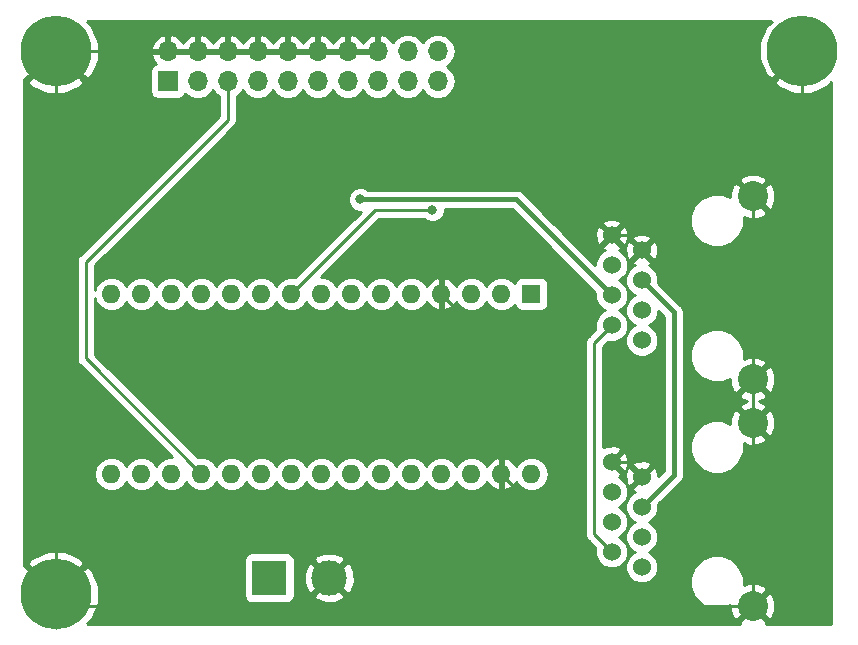
<source format=gbr>
G04 #@! TF.GenerationSoftware,KiCad,Pcbnew,5.0.2-bee76a0~70~ubuntu18.04.1*
G04 #@! TF.CreationDate,2021-06-01T15:08:51-05:00*
G04 #@! TF.ProjectId,CO2_sensorboard_slave,434f325f-7365-46e7-936f-72626f617264,rev?*
G04 #@! TF.SameCoordinates,Original*
G04 #@! TF.FileFunction,Copper,L2,Bot*
G04 #@! TF.FilePolarity,Positive*
%FSLAX46Y46*%
G04 Gerber Fmt 4.6, Leading zero omitted, Abs format (unit mm)*
G04 Created by KiCad (PCBNEW 5.0.2-bee76a0~70~ubuntu18.04.1) date Tue 01 Jun 2021 03:08:51 PM CDT*
%MOMM*%
%LPD*%
G01*
G04 APERTURE LIST*
G04 #@! TA.AperFunction,ComponentPad*
%ADD10R,1.600000X1.600000*%
G04 #@! TD*
G04 #@! TA.AperFunction,ComponentPad*
%ADD11O,1.600000X1.600000*%
G04 #@! TD*
G04 #@! TA.AperFunction,ComponentPad*
%ADD12R,1.700000X1.700000*%
G04 #@! TD*
G04 #@! TA.AperFunction,ComponentPad*
%ADD13O,1.700000X1.700000*%
G04 #@! TD*
G04 #@! TA.AperFunction,ComponentPad*
%ADD14C,2.540000*%
G04 #@! TD*
G04 #@! TA.AperFunction,ComponentPad*
%ADD15C,1.524000*%
G04 #@! TD*
G04 #@! TA.AperFunction,ComponentPad*
%ADD16C,6.000000*%
G04 #@! TD*
G04 #@! TA.AperFunction,ComponentPad*
%ADD17R,3.000000X3.000000*%
G04 #@! TD*
G04 #@! TA.AperFunction,ComponentPad*
%ADD18C,3.000000*%
G04 #@! TD*
G04 #@! TA.AperFunction,ViaPad*
%ADD19C,0.800000*%
G04 #@! TD*
G04 #@! TA.AperFunction,Conductor*
%ADD20C,0.250000*%
G04 #@! TD*
G04 #@! TA.AperFunction,Conductor*
%ADD21C,0.400000*%
G04 #@! TD*
G04 #@! TA.AperFunction,Conductor*
%ADD22C,0.254000*%
G04 #@! TD*
G04 APERTURE END LIST*
D10*
G04 #@! TO.P,A1,1*
G04 #@! TO.N,N/C*
X90259000Y-70574000D03*
D11*
G04 #@! TO.P,A1,17*
X57239000Y-85814000D03*
G04 #@! TO.P,A1,2*
X87719000Y-70574000D03*
G04 #@! TO.P,A1,18*
X59779000Y-85814000D03*
G04 #@! TO.P,A1,3*
X85179000Y-70574000D03*
G04 #@! TO.P,A1,19*
G04 #@! TO.N,CH4_ana*
X62319000Y-85814000D03*
G04 #@! TO.P,A1,4*
G04 #@! TO.N,GND*
X82639000Y-70574000D03*
G04 #@! TO.P,A1,20*
G04 #@! TO.N,N/C*
X64859000Y-85814000D03*
G04 #@! TO.P,A1,5*
G04 #@! TO.N,Net-(A1-Pad5)*
X80099000Y-70574000D03*
G04 #@! TO.P,A1,21*
G04 #@! TO.N,N/C*
X67399000Y-85814000D03*
G04 #@! TO.P,A1,6*
G04 #@! TO.N,Net-(A1-Pad6)*
X77559000Y-70574000D03*
G04 #@! TO.P,A1,22*
G04 #@! TO.N,N/C*
X69939000Y-85814000D03*
G04 #@! TO.P,A1,7*
X75019000Y-70574000D03*
G04 #@! TO.P,A1,23*
G04 #@! TO.N,S_SDA*
X72479000Y-85814000D03*
G04 #@! TO.P,A1,8*
G04 #@! TO.N,N/C*
X72479000Y-70574000D03*
G04 #@! TO.P,A1,24*
G04 #@! TO.N,S_SCL*
X75019000Y-85814000D03*
G04 #@! TO.P,A1,9*
G04 #@! TO.N,Net-(A1-Pad9)*
X69939000Y-70574000D03*
G04 #@! TO.P,A1,25*
G04 #@! TO.N,N/C*
X77559000Y-85814000D03*
G04 #@! TO.P,A1,10*
G04 #@! TO.N,CH4_en*
X67399000Y-70574000D03*
G04 #@! TO.P,A1,26*
G04 #@! TO.N,N/C*
X80099000Y-85814000D03*
G04 #@! TO.P,A1,11*
X64859000Y-70574000D03*
G04 #@! TO.P,A1,27*
G04 #@! TO.N,+5V*
X82639000Y-85814000D03*
G04 #@! TO.P,A1,12*
G04 #@! TO.N,SHTclk*
X62319000Y-70574000D03*
G04 #@! TO.P,A1,28*
G04 #@! TO.N,N/C*
X85179000Y-85814000D03*
G04 #@! TO.P,A1,13*
G04 #@! TO.N,SHTdata*
X59779000Y-70574000D03*
G04 #@! TO.P,A1,29*
G04 #@! TO.N,GND*
X87719000Y-85814000D03*
G04 #@! TO.P,A1,14*
G04 #@! TO.N,P_ana*
X57239000Y-70574000D03*
G04 #@! TO.P,A1,30*
G04 #@! TO.N,VCC*
X90259000Y-85814000D03*
G04 #@! TO.P,A1,15*
G04 #@! TO.N,bd_en*
X54699000Y-70574000D03*
G04 #@! TO.P,A1,16*
G04 #@! TO.N,pump_en*
X54699000Y-85814000D03*
G04 #@! TD*
D12*
G04 #@! TO.P,J1,1*
G04 #@! TO.N,Net-(C3-Pad1)*
X59470000Y-52570000D03*
D13*
G04 #@! TO.P,J1,2*
G04 #@! TO.N,GND*
X59470000Y-50030000D03*
G04 #@! TO.P,J1,3*
G04 #@! TO.N,Net-(C3-Pad1)*
X62010000Y-52570000D03*
G04 #@! TO.P,J1,4*
G04 #@! TO.N,GND*
X62010000Y-50030000D03*
G04 #@! TO.P,J1,5*
G04 #@! TO.N,CH4_ana*
X64550000Y-52570000D03*
G04 #@! TO.P,J1,6*
G04 #@! TO.N,GND*
X64550000Y-50030000D03*
G04 #@! TO.P,J1,7*
G04 #@! TO.N,P_ana*
X67090000Y-52570000D03*
G04 #@! TO.P,J1,8*
G04 #@! TO.N,GND*
X67090000Y-50030000D03*
G04 #@! TO.P,J1,9*
G04 #@! TO.N,SHTdata*
X69630000Y-52570000D03*
G04 #@! TO.P,J1,10*
G04 #@! TO.N,GND*
X69630000Y-50030000D03*
G04 #@! TO.P,J1,11*
G04 #@! TO.N,SHTclk*
X72170000Y-52570000D03*
G04 #@! TO.P,J1,12*
G04 #@! TO.N,GND*
X72170000Y-50030000D03*
G04 #@! TO.P,J1,13*
G04 #@! TO.N,S_SCL*
X74710000Y-52570000D03*
G04 #@! TO.P,J1,14*
G04 #@! TO.N,GND*
X74710000Y-50030000D03*
G04 #@! TO.P,J1,15*
G04 #@! TO.N,S_SDA*
X77250000Y-52570000D03*
G04 #@! TO.P,J1,16*
G04 #@! TO.N,GND*
X77250000Y-50030000D03*
G04 #@! TO.P,J1,17*
G04 #@! TO.N,Net-(C4-Pad1)*
X79790000Y-52570000D03*
G04 #@! TO.P,J1,18*
X79790000Y-50030000D03*
G04 #@! TO.P,J1,19*
X82330000Y-52570000D03*
G04 #@! TO.P,J1,20*
X82330000Y-50030000D03*
G04 #@! TD*
D14*
G04 #@! TO.P,J2,SH*
G04 #@! TO.N,GND*
X109012000Y-62321000D03*
X109012000Y-77811000D03*
D15*
G04 #@! TO.P,J2,8*
X97072000Y-65621000D03*
G04 #@! TO.P,J2,7*
X99612000Y-66891000D03*
G04 #@! TO.P,J2,6*
G04 #@! TO.N,Net-(J2-Pad6)*
X97072000Y-68161000D03*
G04 #@! TO.P,J2,5*
G04 #@! TO.N,VCC*
X99612000Y-69431000D03*
G04 #@! TO.P,J2,4*
X97072000Y-70701000D03*
G04 #@! TO.P,J2,3*
G04 #@! TO.N,Net-(J2-Pad3)*
X99612000Y-71971000D03*
G04 #@! TO.P,J2,2*
G04 #@! TO.N,Net-(D1-Pad2)*
X97072000Y-73241000D03*
G04 #@! TO.P,J2,1*
G04 #@! TO.N,Net-(D1-Pad1)*
X99612000Y-74511000D03*
G04 #@! TD*
G04 #@! TO.P,J3,1*
G04 #@! TO.N,Net-(D1-Pad1)*
X99612000Y-93688000D03*
G04 #@! TO.P,J3,2*
G04 #@! TO.N,Net-(D1-Pad2)*
X97072000Y-92418000D03*
G04 #@! TO.P,J3,3*
G04 #@! TO.N,Net-(J2-Pad3)*
X99612000Y-91148000D03*
G04 #@! TO.P,J3,4*
G04 #@! TO.N,VCC*
X97072000Y-89878000D03*
G04 #@! TO.P,J3,5*
X99612000Y-88608000D03*
G04 #@! TO.P,J3,6*
G04 #@! TO.N,Net-(J2-Pad6)*
X97072000Y-87338000D03*
G04 #@! TO.P,J3,7*
G04 #@! TO.N,GND*
X99612000Y-86068000D03*
G04 #@! TO.P,J3,8*
X97072000Y-84798000D03*
D14*
G04 #@! TO.P,J3,SH*
X109012000Y-96988000D03*
X109012000Y-81498000D03*
G04 #@! TD*
D16*
G04 #@! TO.P,H1,1*
G04 #@! TO.N,GND*
X50000000Y-50000000D03*
G04 #@! TD*
G04 #@! TO.P,H2,1*
G04 #@! TO.N,GND*
X50000000Y-96000000D03*
G04 #@! TD*
G04 #@! TO.P,H4,1*
G04 #@! TO.N,GND*
X113200000Y-50000000D03*
G04 #@! TD*
D17*
G04 #@! TO.P,J4,1*
G04 #@! TO.N,Net-(C7-Pad1)*
X68072000Y-94615000D03*
D18*
G04 #@! TO.P,J4,2*
G04 #@! TO.N,GND*
X73152000Y-94615000D03*
G04 #@! TD*
D19*
G04 #@! TO.N,VCC*
X75781000Y-62573000D03*
G04 #@! TO.N,Net-(A1-Pad9)*
X81877000Y-63462000D03*
G04 #@! TD*
D20*
G04 #@! TO.N,CH4_ana*
X52540000Y-76035000D02*
X62319000Y-85814000D01*
X52540000Y-67852000D02*
X52540000Y-76035000D01*
X64550000Y-55842000D02*
X52540000Y-67852000D01*
X64550000Y-52570000D02*
X64550000Y-55842000D01*
G04 #@! TO.N,GND*
X98342000Y-84798000D02*
X99612000Y-86068000D01*
X97072000Y-84798000D02*
X98342000Y-84798000D01*
X98893000Y-96988000D02*
X87719000Y-85814000D01*
X109012000Y-96988000D02*
X98893000Y-96988000D01*
X109012000Y-95191949D02*
X109012000Y-81498000D01*
X109012000Y-96988000D02*
X109012000Y-95191949D01*
X109012000Y-81498000D02*
X109012000Y-77811000D01*
X98342000Y-65621000D02*
X99612000Y-66891000D01*
X97072000Y-65621000D02*
X98342000Y-65621000D01*
X104058999Y-67652999D02*
X109012000Y-72606000D01*
X100373999Y-67652999D02*
X104058999Y-67652999D01*
X99612000Y-66891000D02*
X100373999Y-67652999D01*
X109012000Y-77811000D02*
X109012000Y-72606000D01*
X109012000Y-72606000D02*
X109012000Y-62321000D01*
X113200000Y-58133000D02*
X113200000Y-50000000D01*
X109012000Y-62321000D02*
X113200000Y-58133000D01*
X50000000Y-98849990D02*
X50000000Y-96000000D01*
X50000000Y-50000000D02*
X50000000Y-98849990D01*
X50988000Y-96988000D02*
X50000000Y-96000000D01*
X87719000Y-75654000D02*
X82639000Y-70574000D01*
X87719000Y-85814000D02*
X87719000Y-75654000D01*
X74710000Y-50030000D02*
X72170000Y-50030000D01*
X76047919Y-50030000D02*
X74710000Y-50030000D01*
X77250000Y-50030000D02*
X76047919Y-50030000D01*
X70967919Y-50030000D02*
X69630000Y-50030000D01*
X72170000Y-50030000D02*
X70967919Y-50030000D01*
X69630000Y-50030000D02*
X67090000Y-50030000D01*
X67090000Y-50030000D02*
X64550000Y-50030000D01*
X64550000Y-50030000D02*
X62010000Y-50030000D01*
X62010000Y-50030000D02*
X59470000Y-50030000D01*
X50030000Y-50030000D02*
X50000000Y-50000000D01*
X59470000Y-50030000D02*
X50030000Y-50030000D01*
X71652001Y-96811599D02*
X71475600Y-96988000D01*
X71652001Y-96114999D02*
X71652001Y-96811599D01*
X73152000Y-94615000D02*
X71652001Y-96114999D01*
X109012000Y-96988000D02*
X71475600Y-96988000D01*
X71475600Y-96988000D02*
X50988000Y-96988000D01*
D21*
G04 #@! TO.N,VCC*
X99612000Y-69431000D02*
X102324000Y-72143000D01*
X102324000Y-85896000D02*
X99612000Y-88608000D01*
X102324000Y-72143000D02*
X102324000Y-85896000D01*
X91910000Y-65539000D02*
X97072000Y-70701000D01*
X88944000Y-62573000D02*
X91910000Y-65539000D01*
X75781000Y-62573000D02*
X88944000Y-62573000D01*
D20*
G04 #@! TO.N,Net-(D1-Pad2)*
X97072000Y-73241000D02*
X95593000Y-74720000D01*
X95593000Y-90939000D02*
X97072000Y-92418000D01*
X95593000Y-74720000D02*
X95593000Y-90939000D01*
G04 #@! TO.N,Net-(A1-Pad9)*
X77051000Y-63462000D02*
X69939000Y-70574000D01*
X81877000Y-63462000D02*
X77051000Y-63462000D01*
G04 #@! TD*
D22*
G04 #@! TO.N,GND*
G36*
X110491266Y-47470874D02*
X110603368Y-47582976D01*
X110128723Y-47925566D01*
X109568658Y-49258800D01*
X109561432Y-50704875D01*
X110108146Y-52043639D01*
X110128723Y-52074434D01*
X110603370Y-52417025D01*
X113020395Y-50000000D01*
X113006253Y-49985858D01*
X113185858Y-49806253D01*
X113200000Y-49820395D01*
X113214143Y-49806253D01*
X113393748Y-49985858D01*
X113379605Y-50000000D01*
X113393748Y-50014143D01*
X113214143Y-50193748D01*
X113200000Y-50179605D01*
X110782975Y-52596630D01*
X111125566Y-53071277D01*
X112458800Y-53631342D01*
X113904875Y-53638568D01*
X115243639Y-53091854D01*
X115274434Y-53071277D01*
X115617024Y-52596632D01*
X115640000Y-52619608D01*
X115640001Y-98540000D01*
X110088967Y-98540000D01*
X110180172Y-98335777D01*
X109012000Y-97167605D01*
X107843828Y-98335777D01*
X107935033Y-98540000D01*
X52697860Y-98540000D01*
X52708734Y-98529126D01*
X52596632Y-98417024D01*
X53071277Y-98074434D01*
X53631342Y-96741200D01*
X53638568Y-95295125D01*
X53091854Y-93956361D01*
X53071277Y-93925566D01*
X52596630Y-93582975D01*
X50179605Y-96000000D01*
X50193748Y-96014143D01*
X50014143Y-96193748D01*
X50000000Y-96179605D01*
X49985858Y-96193748D01*
X49806253Y-96014143D01*
X49820395Y-96000000D01*
X47403370Y-93582975D01*
X47310000Y-93650368D01*
X47310000Y-93403370D01*
X47582975Y-93403370D01*
X50000000Y-95820395D01*
X52417025Y-93403370D01*
X52208886Y-93115000D01*
X65924560Y-93115000D01*
X65924560Y-96115000D01*
X65973843Y-96362765D01*
X66114191Y-96572809D01*
X66324235Y-96713157D01*
X66572000Y-96762440D01*
X69572000Y-96762440D01*
X69819765Y-96713157D01*
X70029809Y-96572809D01*
X70170157Y-96362765D01*
X70216661Y-96128970D01*
X71817635Y-96128970D01*
X71977418Y-96447739D01*
X72768187Y-96757723D01*
X73617387Y-96741497D01*
X74326582Y-96447739D01*
X74486365Y-96128970D01*
X73152000Y-94794605D01*
X71817635Y-96128970D01*
X70216661Y-96128970D01*
X70219440Y-96115000D01*
X70219440Y-94231187D01*
X71009277Y-94231187D01*
X71025503Y-95080387D01*
X71319261Y-95789582D01*
X71638030Y-95949365D01*
X72972395Y-94615000D01*
X73331605Y-94615000D01*
X74665970Y-95949365D01*
X74984739Y-95789582D01*
X75294723Y-94998813D01*
X75278497Y-94149613D01*
X74984739Y-93440418D01*
X74665970Y-93280635D01*
X73331605Y-94615000D01*
X72972395Y-94615000D01*
X71638030Y-93280635D01*
X71319261Y-93440418D01*
X71009277Y-94231187D01*
X70219440Y-94231187D01*
X70219440Y-93115000D01*
X70216662Y-93101030D01*
X71817635Y-93101030D01*
X73152000Y-94435395D01*
X74486365Y-93101030D01*
X74326582Y-92782261D01*
X73535813Y-92472277D01*
X72686613Y-92488503D01*
X71977418Y-92782261D01*
X71817635Y-93101030D01*
X70216662Y-93101030D01*
X70170157Y-92867235D01*
X70029809Y-92657191D01*
X69819765Y-92516843D01*
X69572000Y-92467560D01*
X66572000Y-92467560D01*
X66324235Y-92516843D01*
X66114191Y-92657191D01*
X65973843Y-92867235D01*
X65924560Y-93115000D01*
X52208886Y-93115000D01*
X52074434Y-92928723D01*
X50741200Y-92368658D01*
X49295125Y-92361432D01*
X47956361Y-92908146D01*
X47925566Y-92928723D01*
X47582975Y-93403370D01*
X47310000Y-93403370D01*
X47310000Y-67852000D01*
X51765112Y-67852000D01*
X51780000Y-67926847D01*
X51780001Y-75960148D01*
X51765112Y-76035000D01*
X51780001Y-76109852D01*
X51824097Y-76331537D01*
X51992072Y-76582929D01*
X52055528Y-76625329D01*
X59809197Y-84379000D01*
X59637667Y-84379000D01*
X59219091Y-84462260D01*
X58744423Y-84779423D01*
X58509000Y-85131758D01*
X58273577Y-84779423D01*
X57798909Y-84462260D01*
X57380333Y-84379000D01*
X57097667Y-84379000D01*
X56679091Y-84462260D01*
X56204423Y-84779423D01*
X55969000Y-85131758D01*
X55733577Y-84779423D01*
X55258909Y-84462260D01*
X54840333Y-84379000D01*
X54557667Y-84379000D01*
X54139091Y-84462260D01*
X53664423Y-84779423D01*
X53347260Y-85254091D01*
X53235887Y-85814000D01*
X53347260Y-86373909D01*
X53664423Y-86848577D01*
X54139091Y-87165740D01*
X54557667Y-87249000D01*
X54840333Y-87249000D01*
X55258909Y-87165740D01*
X55733577Y-86848577D01*
X55969000Y-86496242D01*
X56204423Y-86848577D01*
X56679091Y-87165740D01*
X57097667Y-87249000D01*
X57380333Y-87249000D01*
X57798909Y-87165740D01*
X58273577Y-86848577D01*
X58509000Y-86496242D01*
X58744423Y-86848577D01*
X59219091Y-87165740D01*
X59637667Y-87249000D01*
X59920333Y-87249000D01*
X60338909Y-87165740D01*
X60813577Y-86848577D01*
X61049000Y-86496242D01*
X61284423Y-86848577D01*
X61759091Y-87165740D01*
X62177667Y-87249000D01*
X62460333Y-87249000D01*
X62878909Y-87165740D01*
X63353577Y-86848577D01*
X63589000Y-86496242D01*
X63824423Y-86848577D01*
X64299091Y-87165740D01*
X64717667Y-87249000D01*
X65000333Y-87249000D01*
X65418909Y-87165740D01*
X65893577Y-86848577D01*
X66129000Y-86496242D01*
X66364423Y-86848577D01*
X66839091Y-87165740D01*
X67257667Y-87249000D01*
X67540333Y-87249000D01*
X67958909Y-87165740D01*
X68433577Y-86848577D01*
X68669000Y-86496242D01*
X68904423Y-86848577D01*
X69379091Y-87165740D01*
X69797667Y-87249000D01*
X70080333Y-87249000D01*
X70498909Y-87165740D01*
X70973577Y-86848577D01*
X71209000Y-86496242D01*
X71444423Y-86848577D01*
X71919091Y-87165740D01*
X72337667Y-87249000D01*
X72620333Y-87249000D01*
X73038909Y-87165740D01*
X73513577Y-86848577D01*
X73749000Y-86496242D01*
X73984423Y-86848577D01*
X74459091Y-87165740D01*
X74877667Y-87249000D01*
X75160333Y-87249000D01*
X75578909Y-87165740D01*
X76053577Y-86848577D01*
X76289000Y-86496242D01*
X76524423Y-86848577D01*
X76999091Y-87165740D01*
X77417667Y-87249000D01*
X77700333Y-87249000D01*
X78118909Y-87165740D01*
X78593577Y-86848577D01*
X78829000Y-86496242D01*
X79064423Y-86848577D01*
X79539091Y-87165740D01*
X79957667Y-87249000D01*
X80240333Y-87249000D01*
X80658909Y-87165740D01*
X81133577Y-86848577D01*
X81369000Y-86496242D01*
X81604423Y-86848577D01*
X82079091Y-87165740D01*
X82497667Y-87249000D01*
X82780333Y-87249000D01*
X83198909Y-87165740D01*
X83673577Y-86848577D01*
X83909000Y-86496242D01*
X84144423Y-86848577D01*
X84619091Y-87165740D01*
X85037667Y-87249000D01*
X85320333Y-87249000D01*
X85738909Y-87165740D01*
X86213577Y-86848577D01*
X86469947Y-86464892D01*
X86566611Y-86669134D01*
X86981577Y-87045041D01*
X87369961Y-87205904D01*
X87592000Y-87083915D01*
X87592000Y-85941000D01*
X87572000Y-85941000D01*
X87572000Y-85687000D01*
X87592000Y-85687000D01*
X87592000Y-84544085D01*
X87846000Y-84544085D01*
X87846000Y-85687000D01*
X87866000Y-85687000D01*
X87866000Y-85941000D01*
X87846000Y-85941000D01*
X87846000Y-87083915D01*
X88068039Y-87205904D01*
X88456423Y-87045041D01*
X88871389Y-86669134D01*
X88968053Y-86464892D01*
X89224423Y-86848577D01*
X89699091Y-87165740D01*
X90117667Y-87249000D01*
X90400333Y-87249000D01*
X90818909Y-87165740D01*
X91293577Y-86848577D01*
X91610740Y-86373909D01*
X91722113Y-85814000D01*
X91610740Y-85254091D01*
X91293577Y-84779423D01*
X90818909Y-84462260D01*
X90400333Y-84379000D01*
X90117667Y-84379000D01*
X89699091Y-84462260D01*
X89224423Y-84779423D01*
X88968053Y-85163108D01*
X88871389Y-84958866D01*
X88456423Y-84582959D01*
X88068039Y-84422096D01*
X87846000Y-84544085D01*
X87592000Y-84544085D01*
X87369961Y-84422096D01*
X86981577Y-84582959D01*
X86566611Y-84958866D01*
X86469947Y-85163108D01*
X86213577Y-84779423D01*
X85738909Y-84462260D01*
X85320333Y-84379000D01*
X85037667Y-84379000D01*
X84619091Y-84462260D01*
X84144423Y-84779423D01*
X83909000Y-85131758D01*
X83673577Y-84779423D01*
X83198909Y-84462260D01*
X82780333Y-84379000D01*
X82497667Y-84379000D01*
X82079091Y-84462260D01*
X81604423Y-84779423D01*
X81369000Y-85131758D01*
X81133577Y-84779423D01*
X80658909Y-84462260D01*
X80240333Y-84379000D01*
X79957667Y-84379000D01*
X79539091Y-84462260D01*
X79064423Y-84779423D01*
X78829000Y-85131758D01*
X78593577Y-84779423D01*
X78118909Y-84462260D01*
X77700333Y-84379000D01*
X77417667Y-84379000D01*
X76999091Y-84462260D01*
X76524423Y-84779423D01*
X76289000Y-85131758D01*
X76053577Y-84779423D01*
X75578909Y-84462260D01*
X75160333Y-84379000D01*
X74877667Y-84379000D01*
X74459091Y-84462260D01*
X73984423Y-84779423D01*
X73749000Y-85131758D01*
X73513577Y-84779423D01*
X73038909Y-84462260D01*
X72620333Y-84379000D01*
X72337667Y-84379000D01*
X71919091Y-84462260D01*
X71444423Y-84779423D01*
X71209000Y-85131758D01*
X70973577Y-84779423D01*
X70498909Y-84462260D01*
X70080333Y-84379000D01*
X69797667Y-84379000D01*
X69379091Y-84462260D01*
X68904423Y-84779423D01*
X68669000Y-85131758D01*
X68433577Y-84779423D01*
X67958909Y-84462260D01*
X67540333Y-84379000D01*
X67257667Y-84379000D01*
X66839091Y-84462260D01*
X66364423Y-84779423D01*
X66129000Y-85131758D01*
X65893577Y-84779423D01*
X65418909Y-84462260D01*
X65000333Y-84379000D01*
X64717667Y-84379000D01*
X64299091Y-84462260D01*
X63824423Y-84779423D01*
X63589000Y-85131758D01*
X63353577Y-84779423D01*
X62878909Y-84462260D01*
X62460333Y-84379000D01*
X62177667Y-84379000D01*
X61995115Y-84415312D01*
X53300000Y-75720199D01*
X53300000Y-70896317D01*
X53347260Y-71133909D01*
X53664423Y-71608577D01*
X54139091Y-71925740D01*
X54557667Y-72009000D01*
X54840333Y-72009000D01*
X55258909Y-71925740D01*
X55733577Y-71608577D01*
X55969000Y-71256242D01*
X56204423Y-71608577D01*
X56679091Y-71925740D01*
X57097667Y-72009000D01*
X57380333Y-72009000D01*
X57798909Y-71925740D01*
X58273577Y-71608577D01*
X58509000Y-71256242D01*
X58744423Y-71608577D01*
X59219091Y-71925740D01*
X59637667Y-72009000D01*
X59920333Y-72009000D01*
X60338909Y-71925740D01*
X60813577Y-71608577D01*
X61049000Y-71256242D01*
X61284423Y-71608577D01*
X61759091Y-71925740D01*
X62177667Y-72009000D01*
X62460333Y-72009000D01*
X62878909Y-71925740D01*
X63353577Y-71608577D01*
X63589000Y-71256242D01*
X63824423Y-71608577D01*
X64299091Y-71925740D01*
X64717667Y-72009000D01*
X65000333Y-72009000D01*
X65418909Y-71925740D01*
X65893577Y-71608577D01*
X66129000Y-71256242D01*
X66364423Y-71608577D01*
X66839091Y-71925740D01*
X67257667Y-72009000D01*
X67540333Y-72009000D01*
X67958909Y-71925740D01*
X68433577Y-71608577D01*
X68669000Y-71256242D01*
X68904423Y-71608577D01*
X69379091Y-71925740D01*
X69797667Y-72009000D01*
X70080333Y-72009000D01*
X70498909Y-71925740D01*
X70973577Y-71608577D01*
X71209000Y-71256242D01*
X71444423Y-71608577D01*
X71919091Y-71925740D01*
X72337667Y-72009000D01*
X72620333Y-72009000D01*
X73038909Y-71925740D01*
X73513577Y-71608577D01*
X73749000Y-71256242D01*
X73984423Y-71608577D01*
X74459091Y-71925740D01*
X74877667Y-72009000D01*
X75160333Y-72009000D01*
X75578909Y-71925740D01*
X76053577Y-71608577D01*
X76289000Y-71256242D01*
X76524423Y-71608577D01*
X76999091Y-71925740D01*
X77417667Y-72009000D01*
X77700333Y-72009000D01*
X78118909Y-71925740D01*
X78593577Y-71608577D01*
X78829000Y-71256242D01*
X79064423Y-71608577D01*
X79539091Y-71925740D01*
X79957667Y-72009000D01*
X80240333Y-72009000D01*
X80658909Y-71925740D01*
X81133577Y-71608577D01*
X81389947Y-71224892D01*
X81486611Y-71429134D01*
X81901577Y-71805041D01*
X82289961Y-71965904D01*
X82512000Y-71843915D01*
X82512000Y-70701000D01*
X82492000Y-70701000D01*
X82492000Y-70447000D01*
X82512000Y-70447000D01*
X82512000Y-69304085D01*
X82766000Y-69304085D01*
X82766000Y-70447000D01*
X82786000Y-70447000D01*
X82786000Y-70701000D01*
X82766000Y-70701000D01*
X82766000Y-71843915D01*
X82988039Y-71965904D01*
X83376423Y-71805041D01*
X83791389Y-71429134D01*
X83888053Y-71224892D01*
X84144423Y-71608577D01*
X84619091Y-71925740D01*
X85037667Y-72009000D01*
X85320333Y-72009000D01*
X85738909Y-71925740D01*
X86213577Y-71608577D01*
X86449000Y-71256242D01*
X86684423Y-71608577D01*
X87159091Y-71925740D01*
X87577667Y-72009000D01*
X87860333Y-72009000D01*
X88278909Y-71925740D01*
X88753577Y-71608577D01*
X88834215Y-71487894D01*
X88860843Y-71621765D01*
X89001191Y-71831809D01*
X89211235Y-71972157D01*
X89459000Y-72021440D01*
X91059000Y-72021440D01*
X91306765Y-71972157D01*
X91516809Y-71831809D01*
X91657157Y-71621765D01*
X91706440Y-71374000D01*
X91706440Y-69774000D01*
X91657157Y-69526235D01*
X91516809Y-69316191D01*
X91306765Y-69175843D01*
X91059000Y-69126560D01*
X89459000Y-69126560D01*
X89211235Y-69175843D01*
X89001191Y-69316191D01*
X88860843Y-69526235D01*
X88834215Y-69660106D01*
X88753577Y-69539423D01*
X88278909Y-69222260D01*
X87860333Y-69139000D01*
X87577667Y-69139000D01*
X87159091Y-69222260D01*
X86684423Y-69539423D01*
X86449000Y-69891758D01*
X86213577Y-69539423D01*
X85738909Y-69222260D01*
X85320333Y-69139000D01*
X85037667Y-69139000D01*
X84619091Y-69222260D01*
X84144423Y-69539423D01*
X83888053Y-69923108D01*
X83791389Y-69718866D01*
X83376423Y-69342959D01*
X82988039Y-69182096D01*
X82766000Y-69304085D01*
X82512000Y-69304085D01*
X82289961Y-69182096D01*
X81901577Y-69342959D01*
X81486611Y-69718866D01*
X81389947Y-69923108D01*
X81133577Y-69539423D01*
X80658909Y-69222260D01*
X80240333Y-69139000D01*
X79957667Y-69139000D01*
X79539091Y-69222260D01*
X79064423Y-69539423D01*
X78829000Y-69891758D01*
X78593577Y-69539423D01*
X78118909Y-69222260D01*
X77700333Y-69139000D01*
X77417667Y-69139000D01*
X76999091Y-69222260D01*
X76524423Y-69539423D01*
X76289000Y-69891758D01*
X76053577Y-69539423D01*
X75578909Y-69222260D01*
X75160333Y-69139000D01*
X74877667Y-69139000D01*
X74459091Y-69222260D01*
X73984423Y-69539423D01*
X73749000Y-69891758D01*
X73513577Y-69539423D01*
X73038909Y-69222260D01*
X72620333Y-69139000D01*
X72448801Y-69139000D01*
X77365802Y-64222000D01*
X81173289Y-64222000D01*
X81290720Y-64339431D01*
X81671126Y-64497000D01*
X82082874Y-64497000D01*
X82463280Y-64339431D01*
X82754431Y-64048280D01*
X82912000Y-63667874D01*
X82912000Y-63408000D01*
X88598133Y-63408000D01*
X91377715Y-66187584D01*
X91377721Y-66187588D01*
X95675000Y-70484869D01*
X95675000Y-70978881D01*
X95887680Y-71492337D01*
X96280663Y-71885320D01*
X96487513Y-71971000D01*
X96280663Y-72056680D01*
X95887680Y-72449663D01*
X95675000Y-72963119D01*
X95675000Y-73518881D01*
X95687980Y-73550218D01*
X95108530Y-74129669D01*
X95045071Y-74172071D01*
X94877096Y-74423464D01*
X94833000Y-74645149D01*
X94833000Y-74645153D01*
X94818112Y-74720000D01*
X94833000Y-74794847D01*
X94833001Y-90864148D01*
X94818112Y-90939000D01*
X94833001Y-91013852D01*
X94877097Y-91235537D01*
X95045072Y-91486929D01*
X95108528Y-91529329D01*
X95687980Y-92108782D01*
X95675000Y-92140119D01*
X95675000Y-92695881D01*
X95887680Y-93209337D01*
X96280663Y-93602320D01*
X96794119Y-93815000D01*
X97349881Y-93815000D01*
X97863337Y-93602320D01*
X98256320Y-93209337D01*
X98469000Y-92695881D01*
X98469000Y-92140119D01*
X98256320Y-91626663D01*
X97863337Y-91233680D01*
X97656487Y-91148000D01*
X97863337Y-91062320D01*
X98256320Y-90669337D01*
X98469000Y-90155881D01*
X98469000Y-89600119D01*
X98256320Y-89086663D01*
X97863337Y-88693680D01*
X97656487Y-88608000D01*
X97863337Y-88522320D01*
X98256320Y-88129337D01*
X98469000Y-87615881D01*
X98469000Y-87060119D01*
X98256320Y-86546663D01*
X97863337Y-86153680D01*
X97672353Y-86074572D01*
X97803143Y-86020397D01*
X97849062Y-85860302D01*
X98202856Y-85860302D01*
X98230638Y-86415368D01*
X98389603Y-86799143D01*
X98631787Y-86868608D01*
X99432395Y-86068000D01*
X98631787Y-85267392D01*
X98389603Y-85336857D01*
X98202856Y-85860302D01*
X97849062Y-85860302D01*
X97872608Y-85778213D01*
X97072000Y-84977605D01*
X97057858Y-84991748D01*
X96878253Y-84812143D01*
X96892395Y-84798000D01*
X97251605Y-84798000D01*
X98052213Y-85598608D01*
X98294397Y-85529143D01*
X98451857Y-85087787D01*
X98811392Y-85087787D01*
X99612000Y-85888395D01*
X100412608Y-85087787D01*
X100343143Y-84845603D01*
X99819698Y-84658856D01*
X99264632Y-84686638D01*
X98880857Y-84845603D01*
X98811392Y-85087787D01*
X98451857Y-85087787D01*
X98481144Y-85005698D01*
X98453362Y-84450632D01*
X98294397Y-84066857D01*
X98052213Y-83997392D01*
X97251605Y-84798000D01*
X96892395Y-84798000D01*
X96878253Y-84783858D01*
X97057858Y-84604253D01*
X97072000Y-84618395D01*
X97872608Y-83817787D01*
X97803143Y-83575603D01*
X97279698Y-83388856D01*
X96724632Y-83416638D01*
X96353000Y-83570573D01*
X96353000Y-75034801D01*
X96762782Y-74625020D01*
X96794119Y-74638000D01*
X97349881Y-74638000D01*
X97863337Y-74425320D01*
X98256320Y-74032337D01*
X98469000Y-73518881D01*
X98469000Y-72963119D01*
X98256320Y-72449663D01*
X97863337Y-72056680D01*
X97656487Y-71971000D01*
X97863337Y-71885320D01*
X98256320Y-71492337D01*
X98469000Y-70978881D01*
X98469000Y-70423119D01*
X98256320Y-69909663D01*
X97863337Y-69516680D01*
X97656487Y-69431000D01*
X97863337Y-69345320D01*
X98055538Y-69153119D01*
X98215000Y-69153119D01*
X98215000Y-69708881D01*
X98427680Y-70222337D01*
X98820663Y-70615320D01*
X99027513Y-70701000D01*
X98820663Y-70786680D01*
X98427680Y-71179663D01*
X98215000Y-71693119D01*
X98215000Y-72248881D01*
X98427680Y-72762337D01*
X98820663Y-73155320D01*
X99027513Y-73241000D01*
X98820663Y-73326680D01*
X98427680Y-73719663D01*
X98215000Y-74233119D01*
X98215000Y-74788881D01*
X98427680Y-75302337D01*
X98820663Y-75695320D01*
X99334119Y-75908000D01*
X99889881Y-75908000D01*
X100403337Y-75695320D01*
X100796320Y-75302337D01*
X101009000Y-74788881D01*
X101009000Y-74233119D01*
X100796320Y-73719663D01*
X100403337Y-73326680D01*
X100196487Y-73241000D01*
X100403337Y-73155320D01*
X100796320Y-72762337D01*
X101009000Y-72248881D01*
X101009000Y-72008868D01*
X101489000Y-72488868D01*
X101489001Y-85550131D01*
X101008860Y-86030272D01*
X100993362Y-85720632D01*
X100834397Y-85336857D01*
X100592213Y-85267392D01*
X99791605Y-86068000D01*
X99805748Y-86082143D01*
X99626143Y-86261748D01*
X99612000Y-86247605D01*
X98811392Y-87048213D01*
X98880857Y-87290397D01*
X99021393Y-87340535D01*
X98820663Y-87423680D01*
X98427680Y-87816663D01*
X98215000Y-88330119D01*
X98215000Y-88885881D01*
X98427680Y-89399337D01*
X98820663Y-89792320D01*
X99027513Y-89878000D01*
X98820663Y-89963680D01*
X98427680Y-90356663D01*
X98215000Y-90870119D01*
X98215000Y-91425881D01*
X98427680Y-91939337D01*
X98820663Y-92332320D01*
X99027513Y-92418000D01*
X98820663Y-92503680D01*
X98427680Y-92896663D01*
X98215000Y-93410119D01*
X98215000Y-93965881D01*
X98427680Y-94479337D01*
X98820663Y-94872320D01*
X99334119Y-95085000D01*
X99889881Y-95085000D01*
X100403337Y-94872320D01*
X100767199Y-94508458D01*
X103702000Y-94508458D01*
X103702000Y-95407542D01*
X104046065Y-96238187D01*
X104681813Y-96873935D01*
X105512458Y-97218000D01*
X106411542Y-97218000D01*
X107104851Y-96930821D01*
X107117564Y-97416632D01*
X107369343Y-98024480D01*
X107664223Y-98156172D01*
X108832395Y-96988000D01*
X109191605Y-96988000D01*
X110359777Y-98156172D01*
X110654657Y-98024480D01*
X110926261Y-97316964D01*
X110906436Y-96559368D01*
X110654657Y-95951520D01*
X110359777Y-95819828D01*
X109191605Y-96988000D01*
X108832395Y-96988000D01*
X108818253Y-96973858D01*
X108997858Y-96794253D01*
X109012000Y-96808395D01*
X110180172Y-95640223D01*
X110048480Y-95345343D01*
X109340964Y-95073739D01*
X108583368Y-95093564D01*
X108222000Y-95243248D01*
X108222000Y-94508458D01*
X107877935Y-93677813D01*
X107242187Y-93042065D01*
X106411542Y-92698000D01*
X105512458Y-92698000D01*
X104681813Y-93042065D01*
X104046065Y-93677813D01*
X103702000Y-94508458D01*
X100767199Y-94508458D01*
X100796320Y-94479337D01*
X101009000Y-93965881D01*
X101009000Y-93410119D01*
X100796320Y-92896663D01*
X100403337Y-92503680D01*
X100196487Y-92418000D01*
X100403337Y-92332320D01*
X100796320Y-91939337D01*
X101009000Y-91425881D01*
X101009000Y-90870119D01*
X100796320Y-90356663D01*
X100403337Y-89963680D01*
X100196487Y-89878000D01*
X100403337Y-89792320D01*
X100796320Y-89399337D01*
X101009000Y-88885881D01*
X101009000Y-88391867D01*
X102856283Y-86544585D01*
X102926001Y-86498001D01*
X103110552Y-86221801D01*
X103159000Y-85978237D01*
X103159000Y-85978234D01*
X103175357Y-85896001D01*
X103159000Y-85813768D01*
X103159000Y-83078458D01*
X103702000Y-83078458D01*
X103702000Y-83977542D01*
X104046065Y-84808187D01*
X104681813Y-85443935D01*
X105512458Y-85788000D01*
X106411542Y-85788000D01*
X107242187Y-85443935D01*
X107877935Y-84808187D01*
X108222000Y-83977542D01*
X108222000Y-83235277D01*
X108683036Y-83412261D01*
X109440632Y-83392436D01*
X110048480Y-83140657D01*
X110180172Y-82845777D01*
X109012000Y-81677605D01*
X108997858Y-81691748D01*
X108818253Y-81512143D01*
X108832395Y-81498000D01*
X109191605Y-81498000D01*
X110359777Y-82666172D01*
X110654657Y-82534480D01*
X110926261Y-81826964D01*
X110906436Y-81069368D01*
X110654657Y-80461520D01*
X110359777Y-80329828D01*
X109191605Y-81498000D01*
X108832395Y-81498000D01*
X107664223Y-80329828D01*
X107369343Y-80461520D01*
X107097739Y-81169036D01*
X107107876Y-81556432D01*
X106411542Y-81268000D01*
X105512458Y-81268000D01*
X104681813Y-81612065D01*
X104046065Y-82247813D01*
X103702000Y-83078458D01*
X103159000Y-83078458D01*
X103159000Y-79158777D01*
X107843828Y-79158777D01*
X107975520Y-79453657D01*
X108478824Y-79646867D01*
X107975520Y-79855343D01*
X107843828Y-80150223D01*
X109012000Y-81318395D01*
X110180172Y-80150223D01*
X110048480Y-79855343D01*
X109545176Y-79662133D01*
X110048480Y-79453657D01*
X110180172Y-79158777D01*
X109012000Y-77990605D01*
X107843828Y-79158777D01*
X103159000Y-79158777D01*
X103159000Y-75331458D01*
X103702000Y-75331458D01*
X103702000Y-76230542D01*
X104046065Y-77061187D01*
X104681813Y-77696935D01*
X105512458Y-78041000D01*
X106411542Y-78041000D01*
X107104851Y-77753821D01*
X107117564Y-78239632D01*
X107369343Y-78847480D01*
X107664223Y-78979172D01*
X108832395Y-77811000D01*
X109191605Y-77811000D01*
X110359777Y-78979172D01*
X110654657Y-78847480D01*
X110926261Y-78139964D01*
X110906436Y-77382368D01*
X110654657Y-76774520D01*
X110359777Y-76642828D01*
X109191605Y-77811000D01*
X108832395Y-77811000D01*
X108818253Y-77796858D01*
X108997858Y-77617253D01*
X109012000Y-77631395D01*
X110180172Y-76463223D01*
X110048480Y-76168343D01*
X109340964Y-75896739D01*
X108583368Y-75916564D01*
X108222000Y-76066248D01*
X108222000Y-75331458D01*
X107877935Y-74500813D01*
X107242187Y-73865065D01*
X106411542Y-73521000D01*
X105512458Y-73521000D01*
X104681813Y-73865065D01*
X104046065Y-74500813D01*
X103702000Y-75331458D01*
X103159000Y-75331458D01*
X103159000Y-72225232D01*
X103175357Y-72142999D01*
X103159000Y-72060764D01*
X103159000Y-72060763D01*
X103110552Y-71817199D01*
X102926001Y-71540999D01*
X102856283Y-71494415D01*
X101009000Y-69647133D01*
X101009000Y-69153119D01*
X100796320Y-68639663D01*
X100403337Y-68246680D01*
X100212353Y-68167572D01*
X100343143Y-68113397D01*
X100412608Y-67871213D01*
X99612000Y-67070605D01*
X98811392Y-67871213D01*
X98880857Y-68113397D01*
X99021393Y-68163535D01*
X98820663Y-68246680D01*
X98427680Y-68639663D01*
X98215000Y-69153119D01*
X98055538Y-69153119D01*
X98256320Y-68952337D01*
X98469000Y-68438881D01*
X98469000Y-67883119D01*
X98256320Y-67369663D01*
X97863337Y-66976680D01*
X97672353Y-66897572D01*
X97803143Y-66843397D01*
X97849062Y-66683302D01*
X98202856Y-66683302D01*
X98230638Y-67238368D01*
X98389603Y-67622143D01*
X98631787Y-67691608D01*
X99432395Y-66891000D01*
X99791605Y-66891000D01*
X100592213Y-67691608D01*
X100834397Y-67622143D01*
X101021144Y-67098698D01*
X100993362Y-66543632D01*
X100834397Y-66159857D01*
X100592213Y-66090392D01*
X99791605Y-66891000D01*
X99432395Y-66891000D01*
X98631787Y-66090392D01*
X98389603Y-66159857D01*
X98202856Y-66683302D01*
X97849062Y-66683302D01*
X97872608Y-66601213D01*
X97072000Y-65800605D01*
X96271392Y-66601213D01*
X96340857Y-66843397D01*
X96481393Y-66893535D01*
X96280663Y-66976680D01*
X95887680Y-67369663D01*
X95675000Y-67883119D01*
X95675000Y-68123132D01*
X92965170Y-65413302D01*
X95662856Y-65413302D01*
X95690638Y-65968368D01*
X95849603Y-66352143D01*
X96091787Y-66421608D01*
X96892395Y-65621000D01*
X97251605Y-65621000D01*
X98052213Y-66421608D01*
X98294397Y-66352143D01*
X98451857Y-65910787D01*
X98811392Y-65910787D01*
X99612000Y-66711395D01*
X100412608Y-65910787D01*
X100343143Y-65668603D01*
X99819698Y-65481856D01*
X99264632Y-65509638D01*
X98880857Y-65668603D01*
X98811392Y-65910787D01*
X98451857Y-65910787D01*
X98481144Y-65828698D01*
X98453362Y-65273632D01*
X98294397Y-64889857D01*
X98052213Y-64820392D01*
X97251605Y-65621000D01*
X96892395Y-65621000D01*
X96091787Y-64820392D01*
X95849603Y-64889857D01*
X95662856Y-65413302D01*
X92965170Y-65413302D01*
X92558588Y-65006721D01*
X92558584Y-65006715D01*
X92192656Y-64640787D01*
X96271392Y-64640787D01*
X97072000Y-65441395D01*
X97872608Y-64640787D01*
X97803143Y-64398603D01*
X97279698Y-64211856D01*
X96724632Y-64239638D01*
X96340857Y-64398603D01*
X96271392Y-64640787D01*
X92192656Y-64640787D01*
X91453327Y-63901458D01*
X103702000Y-63901458D01*
X103702000Y-64800542D01*
X104046065Y-65631187D01*
X104681813Y-66266935D01*
X105512458Y-66611000D01*
X106411542Y-66611000D01*
X107242187Y-66266935D01*
X107877935Y-65631187D01*
X108222000Y-64800542D01*
X108222000Y-64058277D01*
X108683036Y-64235261D01*
X109440632Y-64215436D01*
X110048480Y-63963657D01*
X110180172Y-63668777D01*
X109012000Y-62500605D01*
X108997858Y-62514748D01*
X108818253Y-62335143D01*
X108832395Y-62321000D01*
X109191605Y-62321000D01*
X110359777Y-63489172D01*
X110654657Y-63357480D01*
X110926261Y-62649964D01*
X110906436Y-61892368D01*
X110654657Y-61284520D01*
X110359777Y-61152828D01*
X109191605Y-62321000D01*
X108832395Y-62321000D01*
X107664223Y-61152828D01*
X107369343Y-61284520D01*
X107097739Y-61992036D01*
X107107876Y-62379432D01*
X106411542Y-62091000D01*
X105512458Y-62091000D01*
X104681813Y-62435065D01*
X104046065Y-63070813D01*
X103702000Y-63901458D01*
X91453327Y-63901458D01*
X89592587Y-62040720D01*
X89546001Y-61970999D01*
X89269801Y-61786448D01*
X89026237Y-61738000D01*
X89026233Y-61738000D01*
X88944000Y-61721643D01*
X88861767Y-61738000D01*
X76409711Y-61738000D01*
X76367280Y-61695569D01*
X75986874Y-61538000D01*
X75575126Y-61538000D01*
X75194720Y-61695569D01*
X74903569Y-61986720D01*
X74746000Y-62367126D01*
X74746000Y-62778874D01*
X74903569Y-63159280D01*
X75194720Y-63450431D01*
X75575126Y-63608000D01*
X75830198Y-63608000D01*
X70262887Y-69175312D01*
X70080333Y-69139000D01*
X69797667Y-69139000D01*
X69379091Y-69222260D01*
X68904423Y-69539423D01*
X68669000Y-69891758D01*
X68433577Y-69539423D01*
X67958909Y-69222260D01*
X67540333Y-69139000D01*
X67257667Y-69139000D01*
X66839091Y-69222260D01*
X66364423Y-69539423D01*
X66129000Y-69891758D01*
X65893577Y-69539423D01*
X65418909Y-69222260D01*
X65000333Y-69139000D01*
X64717667Y-69139000D01*
X64299091Y-69222260D01*
X63824423Y-69539423D01*
X63589000Y-69891758D01*
X63353577Y-69539423D01*
X62878909Y-69222260D01*
X62460333Y-69139000D01*
X62177667Y-69139000D01*
X61759091Y-69222260D01*
X61284423Y-69539423D01*
X61049000Y-69891758D01*
X60813577Y-69539423D01*
X60338909Y-69222260D01*
X59920333Y-69139000D01*
X59637667Y-69139000D01*
X59219091Y-69222260D01*
X58744423Y-69539423D01*
X58509000Y-69891758D01*
X58273577Y-69539423D01*
X57798909Y-69222260D01*
X57380333Y-69139000D01*
X57097667Y-69139000D01*
X56679091Y-69222260D01*
X56204423Y-69539423D01*
X55969000Y-69891758D01*
X55733577Y-69539423D01*
X55258909Y-69222260D01*
X54840333Y-69139000D01*
X54557667Y-69139000D01*
X54139091Y-69222260D01*
X53664423Y-69539423D01*
X53347260Y-70014091D01*
X53300000Y-70251683D01*
X53300000Y-68166801D01*
X60493578Y-60973223D01*
X107843828Y-60973223D01*
X109012000Y-62141395D01*
X110180172Y-60973223D01*
X110048480Y-60678343D01*
X109340964Y-60406739D01*
X108583368Y-60426564D01*
X107975520Y-60678343D01*
X107843828Y-60973223D01*
X60493578Y-60973223D01*
X65034473Y-56432329D01*
X65097929Y-56389929D01*
X65265904Y-56138537D01*
X65310000Y-55916852D01*
X65310000Y-55916847D01*
X65324888Y-55842000D01*
X65310000Y-55767153D01*
X65310000Y-53848178D01*
X65620625Y-53640625D01*
X65820000Y-53342239D01*
X66019375Y-53640625D01*
X66510582Y-53968839D01*
X66943744Y-54055000D01*
X67236256Y-54055000D01*
X67669418Y-53968839D01*
X68160625Y-53640625D01*
X68360000Y-53342239D01*
X68559375Y-53640625D01*
X69050582Y-53968839D01*
X69483744Y-54055000D01*
X69776256Y-54055000D01*
X70209418Y-53968839D01*
X70700625Y-53640625D01*
X70900000Y-53342239D01*
X71099375Y-53640625D01*
X71590582Y-53968839D01*
X72023744Y-54055000D01*
X72316256Y-54055000D01*
X72749418Y-53968839D01*
X73240625Y-53640625D01*
X73440000Y-53342239D01*
X73639375Y-53640625D01*
X74130582Y-53968839D01*
X74563744Y-54055000D01*
X74856256Y-54055000D01*
X75289418Y-53968839D01*
X75780625Y-53640625D01*
X75980000Y-53342239D01*
X76179375Y-53640625D01*
X76670582Y-53968839D01*
X77103744Y-54055000D01*
X77396256Y-54055000D01*
X77829418Y-53968839D01*
X78320625Y-53640625D01*
X78520000Y-53342239D01*
X78719375Y-53640625D01*
X79210582Y-53968839D01*
X79643744Y-54055000D01*
X79936256Y-54055000D01*
X80369418Y-53968839D01*
X80860625Y-53640625D01*
X81060000Y-53342239D01*
X81259375Y-53640625D01*
X81750582Y-53968839D01*
X82183744Y-54055000D01*
X82476256Y-54055000D01*
X82909418Y-53968839D01*
X83400625Y-53640625D01*
X83728839Y-53149418D01*
X83844092Y-52570000D01*
X83728839Y-51990582D01*
X83400625Y-51499375D01*
X83102239Y-51300000D01*
X83400625Y-51100625D01*
X83728839Y-50609418D01*
X83844092Y-50030000D01*
X83728839Y-49450582D01*
X83400625Y-48959375D01*
X82909418Y-48631161D01*
X82476256Y-48545000D01*
X82183744Y-48545000D01*
X81750582Y-48631161D01*
X81259375Y-48959375D01*
X81060000Y-49257761D01*
X80860625Y-48959375D01*
X80369418Y-48631161D01*
X79936256Y-48545000D01*
X79643744Y-48545000D01*
X79210582Y-48631161D01*
X78719375Y-48959375D01*
X78506157Y-49278478D01*
X78445183Y-49148642D01*
X78016924Y-48758355D01*
X77606890Y-48588524D01*
X77377000Y-48709845D01*
X77377000Y-49903000D01*
X77397000Y-49903000D01*
X77397000Y-50157000D01*
X77377000Y-50157000D01*
X77377000Y-50177000D01*
X77123000Y-50177000D01*
X77123000Y-50157000D01*
X74837000Y-50157000D01*
X74837000Y-50177000D01*
X74583000Y-50177000D01*
X74583000Y-50157000D01*
X72297000Y-50157000D01*
X72297000Y-50177000D01*
X72043000Y-50177000D01*
X72043000Y-50157000D01*
X69757000Y-50157000D01*
X69757000Y-50177000D01*
X69503000Y-50177000D01*
X69503000Y-50157000D01*
X67217000Y-50157000D01*
X67217000Y-50177000D01*
X66963000Y-50177000D01*
X66963000Y-50157000D01*
X64677000Y-50157000D01*
X64677000Y-50177000D01*
X64423000Y-50177000D01*
X64423000Y-50157000D01*
X62137000Y-50157000D01*
X62137000Y-50177000D01*
X61883000Y-50177000D01*
X61883000Y-50157000D01*
X59597000Y-50157000D01*
X59597000Y-50177000D01*
X59343000Y-50177000D01*
X59343000Y-50157000D01*
X58149181Y-50157000D01*
X58028514Y-50386892D01*
X58274817Y-50911358D01*
X58481855Y-51100039D01*
X58372235Y-51121843D01*
X58162191Y-51262191D01*
X58021843Y-51472235D01*
X57972560Y-51720000D01*
X57972560Y-53420000D01*
X58021843Y-53667765D01*
X58162191Y-53877809D01*
X58372235Y-54018157D01*
X58620000Y-54067440D01*
X60320000Y-54067440D01*
X60567765Y-54018157D01*
X60777809Y-53877809D01*
X60918157Y-53667765D01*
X60927184Y-53622381D01*
X60939375Y-53640625D01*
X61430582Y-53968839D01*
X61863744Y-54055000D01*
X62156256Y-54055000D01*
X62589418Y-53968839D01*
X63080625Y-53640625D01*
X63280000Y-53342239D01*
X63479375Y-53640625D01*
X63790000Y-53848178D01*
X63790001Y-55527197D01*
X52055530Y-67261669D01*
X51992071Y-67304071D01*
X51824096Y-67555464D01*
X51780000Y-67777149D01*
X51780000Y-67777153D01*
X51765112Y-67852000D01*
X47310000Y-67852000D01*
X47310000Y-52596630D01*
X47582975Y-52596630D01*
X47925566Y-53071277D01*
X49258800Y-53631342D01*
X50704875Y-53638568D01*
X52043639Y-53091854D01*
X52074434Y-53071277D01*
X52417025Y-52596630D01*
X50000000Y-50179605D01*
X47582975Y-52596630D01*
X47310000Y-52596630D01*
X47310000Y-52349632D01*
X47403370Y-52417025D01*
X49820395Y-50000000D01*
X49806253Y-49985858D01*
X49985858Y-49806253D01*
X50000000Y-49820395D01*
X50014143Y-49806253D01*
X50193748Y-49985858D01*
X50179605Y-50000000D01*
X52596630Y-52417025D01*
X53071277Y-52074434D01*
X53631342Y-50741200D01*
X53636679Y-49673108D01*
X58028514Y-49673108D01*
X58149181Y-49903000D01*
X59343000Y-49903000D01*
X59343000Y-48709845D01*
X59597000Y-48709845D01*
X59597000Y-49903000D01*
X61883000Y-49903000D01*
X61883000Y-48709845D01*
X62137000Y-48709845D01*
X62137000Y-49903000D01*
X64423000Y-49903000D01*
X64423000Y-48709845D01*
X64677000Y-48709845D01*
X64677000Y-49903000D01*
X66963000Y-49903000D01*
X66963000Y-48709845D01*
X67217000Y-48709845D01*
X67217000Y-49903000D01*
X69503000Y-49903000D01*
X69503000Y-48709845D01*
X69757000Y-48709845D01*
X69757000Y-49903000D01*
X72043000Y-49903000D01*
X72043000Y-48709845D01*
X72297000Y-48709845D01*
X72297000Y-49903000D01*
X74583000Y-49903000D01*
X74583000Y-48709845D01*
X74837000Y-48709845D01*
X74837000Y-49903000D01*
X77123000Y-49903000D01*
X77123000Y-48709845D01*
X76893110Y-48588524D01*
X76483076Y-48758355D01*
X76054817Y-49148642D01*
X75980000Y-49307954D01*
X75905183Y-49148642D01*
X75476924Y-48758355D01*
X75066890Y-48588524D01*
X74837000Y-48709845D01*
X74583000Y-48709845D01*
X74353110Y-48588524D01*
X73943076Y-48758355D01*
X73514817Y-49148642D01*
X73440000Y-49307954D01*
X73365183Y-49148642D01*
X72936924Y-48758355D01*
X72526890Y-48588524D01*
X72297000Y-48709845D01*
X72043000Y-48709845D01*
X71813110Y-48588524D01*
X71403076Y-48758355D01*
X70974817Y-49148642D01*
X70900000Y-49307954D01*
X70825183Y-49148642D01*
X70396924Y-48758355D01*
X69986890Y-48588524D01*
X69757000Y-48709845D01*
X69503000Y-48709845D01*
X69273110Y-48588524D01*
X68863076Y-48758355D01*
X68434817Y-49148642D01*
X68360000Y-49307954D01*
X68285183Y-49148642D01*
X67856924Y-48758355D01*
X67446890Y-48588524D01*
X67217000Y-48709845D01*
X66963000Y-48709845D01*
X66733110Y-48588524D01*
X66323076Y-48758355D01*
X65894817Y-49148642D01*
X65820000Y-49307954D01*
X65745183Y-49148642D01*
X65316924Y-48758355D01*
X64906890Y-48588524D01*
X64677000Y-48709845D01*
X64423000Y-48709845D01*
X64193110Y-48588524D01*
X63783076Y-48758355D01*
X63354817Y-49148642D01*
X63280000Y-49307954D01*
X63205183Y-49148642D01*
X62776924Y-48758355D01*
X62366890Y-48588524D01*
X62137000Y-48709845D01*
X61883000Y-48709845D01*
X61653110Y-48588524D01*
X61243076Y-48758355D01*
X60814817Y-49148642D01*
X60740000Y-49307954D01*
X60665183Y-49148642D01*
X60236924Y-48758355D01*
X59826890Y-48588524D01*
X59597000Y-48709845D01*
X59343000Y-48709845D01*
X59113110Y-48588524D01*
X58703076Y-48758355D01*
X58274817Y-49148642D01*
X58028514Y-49673108D01*
X53636679Y-49673108D01*
X53638568Y-49295125D01*
X53091854Y-47956361D01*
X53071277Y-47925566D01*
X52596632Y-47582976D01*
X52708734Y-47470874D01*
X52697860Y-47460000D01*
X110502140Y-47460000D01*
X110491266Y-47470874D01*
X110491266Y-47470874D01*
G37*
X110491266Y-47470874D02*
X110603368Y-47582976D01*
X110128723Y-47925566D01*
X109568658Y-49258800D01*
X109561432Y-50704875D01*
X110108146Y-52043639D01*
X110128723Y-52074434D01*
X110603370Y-52417025D01*
X113020395Y-50000000D01*
X113006253Y-49985858D01*
X113185858Y-49806253D01*
X113200000Y-49820395D01*
X113214143Y-49806253D01*
X113393748Y-49985858D01*
X113379605Y-50000000D01*
X113393748Y-50014143D01*
X113214143Y-50193748D01*
X113200000Y-50179605D01*
X110782975Y-52596630D01*
X111125566Y-53071277D01*
X112458800Y-53631342D01*
X113904875Y-53638568D01*
X115243639Y-53091854D01*
X115274434Y-53071277D01*
X115617024Y-52596632D01*
X115640000Y-52619608D01*
X115640001Y-98540000D01*
X110088967Y-98540000D01*
X110180172Y-98335777D01*
X109012000Y-97167605D01*
X107843828Y-98335777D01*
X107935033Y-98540000D01*
X52697860Y-98540000D01*
X52708734Y-98529126D01*
X52596632Y-98417024D01*
X53071277Y-98074434D01*
X53631342Y-96741200D01*
X53638568Y-95295125D01*
X53091854Y-93956361D01*
X53071277Y-93925566D01*
X52596630Y-93582975D01*
X50179605Y-96000000D01*
X50193748Y-96014143D01*
X50014143Y-96193748D01*
X50000000Y-96179605D01*
X49985858Y-96193748D01*
X49806253Y-96014143D01*
X49820395Y-96000000D01*
X47403370Y-93582975D01*
X47310000Y-93650368D01*
X47310000Y-93403370D01*
X47582975Y-93403370D01*
X50000000Y-95820395D01*
X52417025Y-93403370D01*
X52208886Y-93115000D01*
X65924560Y-93115000D01*
X65924560Y-96115000D01*
X65973843Y-96362765D01*
X66114191Y-96572809D01*
X66324235Y-96713157D01*
X66572000Y-96762440D01*
X69572000Y-96762440D01*
X69819765Y-96713157D01*
X70029809Y-96572809D01*
X70170157Y-96362765D01*
X70216661Y-96128970D01*
X71817635Y-96128970D01*
X71977418Y-96447739D01*
X72768187Y-96757723D01*
X73617387Y-96741497D01*
X74326582Y-96447739D01*
X74486365Y-96128970D01*
X73152000Y-94794605D01*
X71817635Y-96128970D01*
X70216661Y-96128970D01*
X70219440Y-96115000D01*
X70219440Y-94231187D01*
X71009277Y-94231187D01*
X71025503Y-95080387D01*
X71319261Y-95789582D01*
X71638030Y-95949365D01*
X72972395Y-94615000D01*
X73331605Y-94615000D01*
X74665970Y-95949365D01*
X74984739Y-95789582D01*
X75294723Y-94998813D01*
X75278497Y-94149613D01*
X74984739Y-93440418D01*
X74665970Y-93280635D01*
X73331605Y-94615000D01*
X72972395Y-94615000D01*
X71638030Y-93280635D01*
X71319261Y-93440418D01*
X71009277Y-94231187D01*
X70219440Y-94231187D01*
X70219440Y-93115000D01*
X70216662Y-93101030D01*
X71817635Y-93101030D01*
X73152000Y-94435395D01*
X74486365Y-93101030D01*
X74326582Y-92782261D01*
X73535813Y-92472277D01*
X72686613Y-92488503D01*
X71977418Y-92782261D01*
X71817635Y-93101030D01*
X70216662Y-93101030D01*
X70170157Y-92867235D01*
X70029809Y-92657191D01*
X69819765Y-92516843D01*
X69572000Y-92467560D01*
X66572000Y-92467560D01*
X66324235Y-92516843D01*
X66114191Y-92657191D01*
X65973843Y-92867235D01*
X65924560Y-93115000D01*
X52208886Y-93115000D01*
X52074434Y-92928723D01*
X50741200Y-92368658D01*
X49295125Y-92361432D01*
X47956361Y-92908146D01*
X47925566Y-92928723D01*
X47582975Y-93403370D01*
X47310000Y-93403370D01*
X47310000Y-67852000D01*
X51765112Y-67852000D01*
X51780000Y-67926847D01*
X51780001Y-75960148D01*
X51765112Y-76035000D01*
X51780001Y-76109852D01*
X51824097Y-76331537D01*
X51992072Y-76582929D01*
X52055528Y-76625329D01*
X59809197Y-84379000D01*
X59637667Y-84379000D01*
X59219091Y-84462260D01*
X58744423Y-84779423D01*
X58509000Y-85131758D01*
X58273577Y-84779423D01*
X57798909Y-84462260D01*
X57380333Y-84379000D01*
X57097667Y-84379000D01*
X56679091Y-84462260D01*
X56204423Y-84779423D01*
X55969000Y-85131758D01*
X55733577Y-84779423D01*
X55258909Y-84462260D01*
X54840333Y-84379000D01*
X54557667Y-84379000D01*
X54139091Y-84462260D01*
X53664423Y-84779423D01*
X53347260Y-85254091D01*
X53235887Y-85814000D01*
X53347260Y-86373909D01*
X53664423Y-86848577D01*
X54139091Y-87165740D01*
X54557667Y-87249000D01*
X54840333Y-87249000D01*
X55258909Y-87165740D01*
X55733577Y-86848577D01*
X55969000Y-86496242D01*
X56204423Y-86848577D01*
X56679091Y-87165740D01*
X57097667Y-87249000D01*
X57380333Y-87249000D01*
X57798909Y-87165740D01*
X58273577Y-86848577D01*
X58509000Y-86496242D01*
X58744423Y-86848577D01*
X59219091Y-87165740D01*
X59637667Y-87249000D01*
X59920333Y-87249000D01*
X60338909Y-87165740D01*
X60813577Y-86848577D01*
X61049000Y-86496242D01*
X61284423Y-86848577D01*
X61759091Y-87165740D01*
X62177667Y-87249000D01*
X62460333Y-87249000D01*
X62878909Y-87165740D01*
X63353577Y-86848577D01*
X63589000Y-86496242D01*
X63824423Y-86848577D01*
X64299091Y-87165740D01*
X64717667Y-87249000D01*
X65000333Y-87249000D01*
X65418909Y-87165740D01*
X65893577Y-86848577D01*
X66129000Y-86496242D01*
X66364423Y-86848577D01*
X66839091Y-87165740D01*
X67257667Y-87249000D01*
X67540333Y-87249000D01*
X67958909Y-87165740D01*
X68433577Y-86848577D01*
X68669000Y-86496242D01*
X68904423Y-86848577D01*
X69379091Y-87165740D01*
X69797667Y-87249000D01*
X70080333Y-87249000D01*
X70498909Y-87165740D01*
X70973577Y-86848577D01*
X71209000Y-86496242D01*
X71444423Y-86848577D01*
X71919091Y-87165740D01*
X72337667Y-87249000D01*
X72620333Y-87249000D01*
X73038909Y-87165740D01*
X73513577Y-86848577D01*
X73749000Y-86496242D01*
X73984423Y-86848577D01*
X74459091Y-87165740D01*
X74877667Y-87249000D01*
X75160333Y-87249000D01*
X75578909Y-87165740D01*
X76053577Y-86848577D01*
X76289000Y-86496242D01*
X76524423Y-86848577D01*
X76999091Y-87165740D01*
X77417667Y-87249000D01*
X77700333Y-87249000D01*
X78118909Y-87165740D01*
X78593577Y-86848577D01*
X78829000Y-86496242D01*
X79064423Y-86848577D01*
X79539091Y-87165740D01*
X79957667Y-87249000D01*
X80240333Y-87249000D01*
X80658909Y-87165740D01*
X81133577Y-86848577D01*
X81369000Y-86496242D01*
X81604423Y-86848577D01*
X82079091Y-87165740D01*
X82497667Y-87249000D01*
X82780333Y-87249000D01*
X83198909Y-87165740D01*
X83673577Y-86848577D01*
X83909000Y-86496242D01*
X84144423Y-86848577D01*
X84619091Y-87165740D01*
X85037667Y-87249000D01*
X85320333Y-87249000D01*
X85738909Y-87165740D01*
X86213577Y-86848577D01*
X86469947Y-86464892D01*
X86566611Y-86669134D01*
X86981577Y-87045041D01*
X87369961Y-87205904D01*
X87592000Y-87083915D01*
X87592000Y-85941000D01*
X87572000Y-85941000D01*
X87572000Y-85687000D01*
X87592000Y-85687000D01*
X87592000Y-84544085D01*
X87846000Y-84544085D01*
X87846000Y-85687000D01*
X87866000Y-85687000D01*
X87866000Y-85941000D01*
X87846000Y-85941000D01*
X87846000Y-87083915D01*
X88068039Y-87205904D01*
X88456423Y-87045041D01*
X88871389Y-86669134D01*
X88968053Y-86464892D01*
X89224423Y-86848577D01*
X89699091Y-87165740D01*
X90117667Y-87249000D01*
X90400333Y-87249000D01*
X90818909Y-87165740D01*
X91293577Y-86848577D01*
X91610740Y-86373909D01*
X91722113Y-85814000D01*
X91610740Y-85254091D01*
X91293577Y-84779423D01*
X90818909Y-84462260D01*
X90400333Y-84379000D01*
X90117667Y-84379000D01*
X89699091Y-84462260D01*
X89224423Y-84779423D01*
X88968053Y-85163108D01*
X88871389Y-84958866D01*
X88456423Y-84582959D01*
X88068039Y-84422096D01*
X87846000Y-84544085D01*
X87592000Y-84544085D01*
X87369961Y-84422096D01*
X86981577Y-84582959D01*
X86566611Y-84958866D01*
X86469947Y-85163108D01*
X86213577Y-84779423D01*
X85738909Y-84462260D01*
X85320333Y-84379000D01*
X85037667Y-84379000D01*
X84619091Y-84462260D01*
X84144423Y-84779423D01*
X83909000Y-85131758D01*
X83673577Y-84779423D01*
X83198909Y-84462260D01*
X82780333Y-84379000D01*
X82497667Y-84379000D01*
X82079091Y-84462260D01*
X81604423Y-84779423D01*
X81369000Y-85131758D01*
X81133577Y-84779423D01*
X80658909Y-84462260D01*
X80240333Y-84379000D01*
X79957667Y-84379000D01*
X79539091Y-84462260D01*
X79064423Y-84779423D01*
X78829000Y-85131758D01*
X78593577Y-84779423D01*
X78118909Y-84462260D01*
X77700333Y-84379000D01*
X77417667Y-84379000D01*
X76999091Y-84462260D01*
X76524423Y-84779423D01*
X76289000Y-85131758D01*
X76053577Y-84779423D01*
X75578909Y-84462260D01*
X75160333Y-84379000D01*
X74877667Y-84379000D01*
X74459091Y-84462260D01*
X73984423Y-84779423D01*
X73749000Y-85131758D01*
X73513577Y-84779423D01*
X73038909Y-84462260D01*
X72620333Y-84379000D01*
X72337667Y-84379000D01*
X71919091Y-84462260D01*
X71444423Y-84779423D01*
X71209000Y-85131758D01*
X70973577Y-84779423D01*
X70498909Y-84462260D01*
X70080333Y-84379000D01*
X69797667Y-84379000D01*
X69379091Y-84462260D01*
X68904423Y-84779423D01*
X68669000Y-85131758D01*
X68433577Y-84779423D01*
X67958909Y-84462260D01*
X67540333Y-84379000D01*
X67257667Y-84379000D01*
X66839091Y-84462260D01*
X66364423Y-84779423D01*
X66129000Y-85131758D01*
X65893577Y-84779423D01*
X65418909Y-84462260D01*
X65000333Y-84379000D01*
X64717667Y-84379000D01*
X64299091Y-84462260D01*
X63824423Y-84779423D01*
X63589000Y-85131758D01*
X63353577Y-84779423D01*
X62878909Y-84462260D01*
X62460333Y-84379000D01*
X62177667Y-84379000D01*
X61995115Y-84415312D01*
X53300000Y-75720199D01*
X53300000Y-70896317D01*
X53347260Y-71133909D01*
X53664423Y-71608577D01*
X54139091Y-71925740D01*
X54557667Y-72009000D01*
X54840333Y-72009000D01*
X55258909Y-71925740D01*
X55733577Y-71608577D01*
X55969000Y-71256242D01*
X56204423Y-71608577D01*
X56679091Y-71925740D01*
X57097667Y-72009000D01*
X57380333Y-72009000D01*
X57798909Y-71925740D01*
X58273577Y-71608577D01*
X58509000Y-71256242D01*
X58744423Y-71608577D01*
X59219091Y-71925740D01*
X59637667Y-72009000D01*
X59920333Y-72009000D01*
X60338909Y-71925740D01*
X60813577Y-71608577D01*
X61049000Y-71256242D01*
X61284423Y-71608577D01*
X61759091Y-71925740D01*
X62177667Y-72009000D01*
X62460333Y-72009000D01*
X62878909Y-71925740D01*
X63353577Y-71608577D01*
X63589000Y-71256242D01*
X63824423Y-71608577D01*
X64299091Y-71925740D01*
X64717667Y-72009000D01*
X65000333Y-72009000D01*
X65418909Y-71925740D01*
X65893577Y-71608577D01*
X66129000Y-71256242D01*
X66364423Y-71608577D01*
X66839091Y-71925740D01*
X67257667Y-72009000D01*
X67540333Y-72009000D01*
X67958909Y-71925740D01*
X68433577Y-71608577D01*
X68669000Y-71256242D01*
X68904423Y-71608577D01*
X69379091Y-71925740D01*
X69797667Y-72009000D01*
X70080333Y-72009000D01*
X70498909Y-71925740D01*
X70973577Y-71608577D01*
X71209000Y-71256242D01*
X71444423Y-71608577D01*
X71919091Y-71925740D01*
X72337667Y-72009000D01*
X72620333Y-72009000D01*
X73038909Y-71925740D01*
X73513577Y-71608577D01*
X73749000Y-71256242D01*
X73984423Y-71608577D01*
X74459091Y-71925740D01*
X74877667Y-72009000D01*
X75160333Y-72009000D01*
X75578909Y-71925740D01*
X76053577Y-71608577D01*
X76289000Y-71256242D01*
X76524423Y-71608577D01*
X76999091Y-71925740D01*
X77417667Y-72009000D01*
X77700333Y-72009000D01*
X78118909Y-71925740D01*
X78593577Y-71608577D01*
X78829000Y-71256242D01*
X79064423Y-71608577D01*
X79539091Y-71925740D01*
X79957667Y-72009000D01*
X80240333Y-72009000D01*
X80658909Y-71925740D01*
X81133577Y-71608577D01*
X81389947Y-71224892D01*
X81486611Y-71429134D01*
X81901577Y-71805041D01*
X82289961Y-71965904D01*
X82512000Y-71843915D01*
X82512000Y-70701000D01*
X82492000Y-70701000D01*
X82492000Y-70447000D01*
X82512000Y-70447000D01*
X82512000Y-69304085D01*
X82766000Y-69304085D01*
X82766000Y-70447000D01*
X82786000Y-70447000D01*
X82786000Y-70701000D01*
X82766000Y-70701000D01*
X82766000Y-71843915D01*
X82988039Y-71965904D01*
X83376423Y-71805041D01*
X83791389Y-71429134D01*
X83888053Y-71224892D01*
X84144423Y-71608577D01*
X84619091Y-71925740D01*
X85037667Y-72009000D01*
X85320333Y-72009000D01*
X85738909Y-71925740D01*
X86213577Y-71608577D01*
X86449000Y-71256242D01*
X86684423Y-71608577D01*
X87159091Y-71925740D01*
X87577667Y-72009000D01*
X87860333Y-72009000D01*
X88278909Y-71925740D01*
X88753577Y-71608577D01*
X88834215Y-71487894D01*
X88860843Y-71621765D01*
X89001191Y-71831809D01*
X89211235Y-71972157D01*
X89459000Y-72021440D01*
X91059000Y-72021440D01*
X91306765Y-71972157D01*
X91516809Y-71831809D01*
X91657157Y-71621765D01*
X91706440Y-71374000D01*
X91706440Y-69774000D01*
X91657157Y-69526235D01*
X91516809Y-69316191D01*
X91306765Y-69175843D01*
X91059000Y-69126560D01*
X89459000Y-69126560D01*
X89211235Y-69175843D01*
X89001191Y-69316191D01*
X88860843Y-69526235D01*
X88834215Y-69660106D01*
X88753577Y-69539423D01*
X88278909Y-69222260D01*
X87860333Y-69139000D01*
X87577667Y-69139000D01*
X87159091Y-69222260D01*
X86684423Y-69539423D01*
X86449000Y-69891758D01*
X86213577Y-69539423D01*
X85738909Y-69222260D01*
X85320333Y-69139000D01*
X85037667Y-69139000D01*
X84619091Y-69222260D01*
X84144423Y-69539423D01*
X83888053Y-69923108D01*
X83791389Y-69718866D01*
X83376423Y-69342959D01*
X82988039Y-69182096D01*
X82766000Y-69304085D01*
X82512000Y-69304085D01*
X82289961Y-69182096D01*
X81901577Y-69342959D01*
X81486611Y-69718866D01*
X81389947Y-69923108D01*
X81133577Y-69539423D01*
X80658909Y-69222260D01*
X80240333Y-69139000D01*
X79957667Y-69139000D01*
X79539091Y-69222260D01*
X79064423Y-69539423D01*
X78829000Y-69891758D01*
X78593577Y-69539423D01*
X78118909Y-69222260D01*
X77700333Y-69139000D01*
X77417667Y-69139000D01*
X76999091Y-69222260D01*
X76524423Y-69539423D01*
X76289000Y-69891758D01*
X76053577Y-69539423D01*
X75578909Y-69222260D01*
X75160333Y-69139000D01*
X74877667Y-69139000D01*
X74459091Y-69222260D01*
X73984423Y-69539423D01*
X73749000Y-69891758D01*
X73513577Y-69539423D01*
X73038909Y-69222260D01*
X72620333Y-69139000D01*
X72448801Y-69139000D01*
X77365802Y-64222000D01*
X81173289Y-64222000D01*
X81290720Y-64339431D01*
X81671126Y-64497000D01*
X82082874Y-64497000D01*
X82463280Y-64339431D01*
X82754431Y-64048280D01*
X82912000Y-63667874D01*
X82912000Y-63408000D01*
X88598133Y-63408000D01*
X91377715Y-66187584D01*
X91377721Y-66187588D01*
X95675000Y-70484869D01*
X95675000Y-70978881D01*
X95887680Y-71492337D01*
X96280663Y-71885320D01*
X96487513Y-71971000D01*
X96280663Y-72056680D01*
X95887680Y-72449663D01*
X95675000Y-72963119D01*
X95675000Y-73518881D01*
X95687980Y-73550218D01*
X95108530Y-74129669D01*
X95045071Y-74172071D01*
X94877096Y-74423464D01*
X94833000Y-74645149D01*
X94833000Y-74645153D01*
X94818112Y-74720000D01*
X94833000Y-74794847D01*
X94833001Y-90864148D01*
X94818112Y-90939000D01*
X94833001Y-91013852D01*
X94877097Y-91235537D01*
X95045072Y-91486929D01*
X95108528Y-91529329D01*
X95687980Y-92108782D01*
X95675000Y-92140119D01*
X95675000Y-92695881D01*
X95887680Y-93209337D01*
X96280663Y-93602320D01*
X96794119Y-93815000D01*
X97349881Y-93815000D01*
X97863337Y-93602320D01*
X98256320Y-93209337D01*
X98469000Y-92695881D01*
X98469000Y-92140119D01*
X98256320Y-91626663D01*
X97863337Y-91233680D01*
X97656487Y-91148000D01*
X97863337Y-91062320D01*
X98256320Y-90669337D01*
X98469000Y-90155881D01*
X98469000Y-89600119D01*
X98256320Y-89086663D01*
X97863337Y-88693680D01*
X97656487Y-88608000D01*
X97863337Y-88522320D01*
X98256320Y-88129337D01*
X98469000Y-87615881D01*
X98469000Y-87060119D01*
X98256320Y-86546663D01*
X97863337Y-86153680D01*
X97672353Y-86074572D01*
X97803143Y-86020397D01*
X97849062Y-85860302D01*
X98202856Y-85860302D01*
X98230638Y-86415368D01*
X98389603Y-86799143D01*
X98631787Y-86868608D01*
X99432395Y-86068000D01*
X98631787Y-85267392D01*
X98389603Y-85336857D01*
X98202856Y-85860302D01*
X97849062Y-85860302D01*
X97872608Y-85778213D01*
X97072000Y-84977605D01*
X97057858Y-84991748D01*
X96878253Y-84812143D01*
X96892395Y-84798000D01*
X97251605Y-84798000D01*
X98052213Y-85598608D01*
X98294397Y-85529143D01*
X98451857Y-85087787D01*
X98811392Y-85087787D01*
X99612000Y-85888395D01*
X100412608Y-85087787D01*
X100343143Y-84845603D01*
X99819698Y-84658856D01*
X99264632Y-84686638D01*
X98880857Y-84845603D01*
X98811392Y-85087787D01*
X98451857Y-85087787D01*
X98481144Y-85005698D01*
X98453362Y-84450632D01*
X98294397Y-84066857D01*
X98052213Y-83997392D01*
X97251605Y-84798000D01*
X96892395Y-84798000D01*
X96878253Y-84783858D01*
X97057858Y-84604253D01*
X97072000Y-84618395D01*
X97872608Y-83817787D01*
X97803143Y-83575603D01*
X97279698Y-83388856D01*
X96724632Y-83416638D01*
X96353000Y-83570573D01*
X96353000Y-75034801D01*
X96762782Y-74625020D01*
X96794119Y-74638000D01*
X97349881Y-74638000D01*
X97863337Y-74425320D01*
X98256320Y-74032337D01*
X98469000Y-73518881D01*
X98469000Y-72963119D01*
X98256320Y-72449663D01*
X97863337Y-72056680D01*
X97656487Y-71971000D01*
X97863337Y-71885320D01*
X98256320Y-71492337D01*
X98469000Y-70978881D01*
X98469000Y-70423119D01*
X98256320Y-69909663D01*
X97863337Y-69516680D01*
X97656487Y-69431000D01*
X97863337Y-69345320D01*
X98055538Y-69153119D01*
X98215000Y-69153119D01*
X98215000Y-69708881D01*
X98427680Y-70222337D01*
X98820663Y-70615320D01*
X99027513Y-70701000D01*
X98820663Y-70786680D01*
X98427680Y-71179663D01*
X98215000Y-71693119D01*
X98215000Y-72248881D01*
X98427680Y-72762337D01*
X98820663Y-73155320D01*
X99027513Y-73241000D01*
X98820663Y-73326680D01*
X98427680Y-73719663D01*
X98215000Y-74233119D01*
X98215000Y-74788881D01*
X98427680Y-75302337D01*
X98820663Y-75695320D01*
X99334119Y-75908000D01*
X99889881Y-75908000D01*
X100403337Y-75695320D01*
X100796320Y-75302337D01*
X101009000Y-74788881D01*
X101009000Y-74233119D01*
X100796320Y-73719663D01*
X100403337Y-73326680D01*
X100196487Y-73241000D01*
X100403337Y-73155320D01*
X100796320Y-72762337D01*
X101009000Y-72248881D01*
X101009000Y-72008868D01*
X101489000Y-72488868D01*
X101489001Y-85550131D01*
X101008860Y-86030272D01*
X100993362Y-85720632D01*
X100834397Y-85336857D01*
X100592213Y-85267392D01*
X99791605Y-86068000D01*
X99805748Y-86082143D01*
X99626143Y-86261748D01*
X99612000Y-86247605D01*
X98811392Y-87048213D01*
X98880857Y-87290397D01*
X99021393Y-87340535D01*
X98820663Y-87423680D01*
X98427680Y-87816663D01*
X98215000Y-88330119D01*
X98215000Y-88885881D01*
X98427680Y-89399337D01*
X98820663Y-89792320D01*
X99027513Y-89878000D01*
X98820663Y-89963680D01*
X98427680Y-90356663D01*
X98215000Y-90870119D01*
X98215000Y-91425881D01*
X98427680Y-91939337D01*
X98820663Y-92332320D01*
X99027513Y-92418000D01*
X98820663Y-92503680D01*
X98427680Y-92896663D01*
X98215000Y-93410119D01*
X98215000Y-93965881D01*
X98427680Y-94479337D01*
X98820663Y-94872320D01*
X99334119Y-95085000D01*
X99889881Y-95085000D01*
X100403337Y-94872320D01*
X100767199Y-94508458D01*
X103702000Y-94508458D01*
X103702000Y-95407542D01*
X104046065Y-96238187D01*
X104681813Y-96873935D01*
X105512458Y-97218000D01*
X106411542Y-97218000D01*
X107104851Y-96930821D01*
X107117564Y-97416632D01*
X107369343Y-98024480D01*
X107664223Y-98156172D01*
X108832395Y-96988000D01*
X109191605Y-96988000D01*
X110359777Y-98156172D01*
X110654657Y-98024480D01*
X110926261Y-97316964D01*
X110906436Y-96559368D01*
X110654657Y-95951520D01*
X110359777Y-95819828D01*
X109191605Y-96988000D01*
X108832395Y-96988000D01*
X108818253Y-96973858D01*
X108997858Y-96794253D01*
X109012000Y-96808395D01*
X110180172Y-95640223D01*
X110048480Y-95345343D01*
X109340964Y-95073739D01*
X108583368Y-95093564D01*
X108222000Y-95243248D01*
X108222000Y-94508458D01*
X107877935Y-93677813D01*
X107242187Y-93042065D01*
X106411542Y-92698000D01*
X105512458Y-92698000D01*
X104681813Y-93042065D01*
X104046065Y-93677813D01*
X103702000Y-94508458D01*
X100767199Y-94508458D01*
X100796320Y-94479337D01*
X101009000Y-93965881D01*
X101009000Y-93410119D01*
X100796320Y-92896663D01*
X100403337Y-92503680D01*
X100196487Y-92418000D01*
X100403337Y-92332320D01*
X100796320Y-91939337D01*
X101009000Y-91425881D01*
X101009000Y-90870119D01*
X100796320Y-90356663D01*
X100403337Y-89963680D01*
X100196487Y-89878000D01*
X100403337Y-89792320D01*
X100796320Y-89399337D01*
X101009000Y-88885881D01*
X101009000Y-88391867D01*
X102856283Y-86544585D01*
X102926001Y-86498001D01*
X103110552Y-86221801D01*
X103159000Y-85978237D01*
X103159000Y-85978234D01*
X103175357Y-85896001D01*
X103159000Y-85813768D01*
X103159000Y-83078458D01*
X103702000Y-83078458D01*
X103702000Y-83977542D01*
X104046065Y-84808187D01*
X104681813Y-85443935D01*
X105512458Y-85788000D01*
X106411542Y-85788000D01*
X107242187Y-85443935D01*
X107877935Y-84808187D01*
X108222000Y-83977542D01*
X108222000Y-83235277D01*
X108683036Y-83412261D01*
X109440632Y-83392436D01*
X110048480Y-83140657D01*
X110180172Y-82845777D01*
X109012000Y-81677605D01*
X108997858Y-81691748D01*
X108818253Y-81512143D01*
X108832395Y-81498000D01*
X109191605Y-81498000D01*
X110359777Y-82666172D01*
X110654657Y-82534480D01*
X110926261Y-81826964D01*
X110906436Y-81069368D01*
X110654657Y-80461520D01*
X110359777Y-80329828D01*
X109191605Y-81498000D01*
X108832395Y-81498000D01*
X107664223Y-80329828D01*
X107369343Y-80461520D01*
X107097739Y-81169036D01*
X107107876Y-81556432D01*
X106411542Y-81268000D01*
X105512458Y-81268000D01*
X104681813Y-81612065D01*
X104046065Y-82247813D01*
X103702000Y-83078458D01*
X103159000Y-83078458D01*
X103159000Y-79158777D01*
X107843828Y-79158777D01*
X107975520Y-79453657D01*
X108478824Y-79646867D01*
X107975520Y-79855343D01*
X107843828Y-80150223D01*
X109012000Y-81318395D01*
X110180172Y-80150223D01*
X110048480Y-79855343D01*
X109545176Y-79662133D01*
X110048480Y-79453657D01*
X110180172Y-79158777D01*
X109012000Y-77990605D01*
X107843828Y-79158777D01*
X103159000Y-79158777D01*
X103159000Y-75331458D01*
X103702000Y-75331458D01*
X103702000Y-76230542D01*
X104046065Y-77061187D01*
X104681813Y-77696935D01*
X105512458Y-78041000D01*
X106411542Y-78041000D01*
X107104851Y-77753821D01*
X107117564Y-78239632D01*
X107369343Y-78847480D01*
X107664223Y-78979172D01*
X108832395Y-77811000D01*
X109191605Y-77811000D01*
X110359777Y-78979172D01*
X110654657Y-78847480D01*
X110926261Y-78139964D01*
X110906436Y-77382368D01*
X110654657Y-76774520D01*
X110359777Y-76642828D01*
X109191605Y-77811000D01*
X108832395Y-77811000D01*
X108818253Y-77796858D01*
X108997858Y-77617253D01*
X109012000Y-77631395D01*
X110180172Y-76463223D01*
X110048480Y-76168343D01*
X109340964Y-75896739D01*
X108583368Y-75916564D01*
X108222000Y-76066248D01*
X108222000Y-75331458D01*
X107877935Y-74500813D01*
X107242187Y-73865065D01*
X106411542Y-73521000D01*
X105512458Y-73521000D01*
X104681813Y-73865065D01*
X104046065Y-74500813D01*
X103702000Y-75331458D01*
X103159000Y-75331458D01*
X103159000Y-72225232D01*
X103175357Y-72142999D01*
X103159000Y-72060764D01*
X103159000Y-72060763D01*
X103110552Y-71817199D01*
X102926001Y-71540999D01*
X102856283Y-71494415D01*
X101009000Y-69647133D01*
X101009000Y-69153119D01*
X100796320Y-68639663D01*
X100403337Y-68246680D01*
X100212353Y-68167572D01*
X100343143Y-68113397D01*
X100412608Y-67871213D01*
X99612000Y-67070605D01*
X98811392Y-67871213D01*
X98880857Y-68113397D01*
X99021393Y-68163535D01*
X98820663Y-68246680D01*
X98427680Y-68639663D01*
X98215000Y-69153119D01*
X98055538Y-69153119D01*
X98256320Y-68952337D01*
X98469000Y-68438881D01*
X98469000Y-67883119D01*
X98256320Y-67369663D01*
X97863337Y-66976680D01*
X97672353Y-66897572D01*
X97803143Y-66843397D01*
X97849062Y-66683302D01*
X98202856Y-66683302D01*
X98230638Y-67238368D01*
X98389603Y-67622143D01*
X98631787Y-67691608D01*
X99432395Y-66891000D01*
X99791605Y-66891000D01*
X100592213Y-67691608D01*
X100834397Y-67622143D01*
X101021144Y-67098698D01*
X100993362Y-66543632D01*
X100834397Y-66159857D01*
X100592213Y-66090392D01*
X99791605Y-66891000D01*
X99432395Y-66891000D01*
X98631787Y-66090392D01*
X98389603Y-66159857D01*
X98202856Y-66683302D01*
X97849062Y-66683302D01*
X97872608Y-66601213D01*
X97072000Y-65800605D01*
X96271392Y-66601213D01*
X96340857Y-66843397D01*
X96481393Y-66893535D01*
X96280663Y-66976680D01*
X95887680Y-67369663D01*
X95675000Y-67883119D01*
X95675000Y-68123132D01*
X92965170Y-65413302D01*
X95662856Y-65413302D01*
X95690638Y-65968368D01*
X95849603Y-66352143D01*
X96091787Y-66421608D01*
X96892395Y-65621000D01*
X97251605Y-65621000D01*
X98052213Y-66421608D01*
X98294397Y-66352143D01*
X98451857Y-65910787D01*
X98811392Y-65910787D01*
X99612000Y-66711395D01*
X100412608Y-65910787D01*
X100343143Y-65668603D01*
X99819698Y-65481856D01*
X99264632Y-65509638D01*
X98880857Y-65668603D01*
X98811392Y-65910787D01*
X98451857Y-65910787D01*
X98481144Y-65828698D01*
X98453362Y-65273632D01*
X98294397Y-64889857D01*
X98052213Y-64820392D01*
X97251605Y-65621000D01*
X96892395Y-65621000D01*
X96091787Y-64820392D01*
X95849603Y-64889857D01*
X95662856Y-65413302D01*
X92965170Y-65413302D01*
X92558588Y-65006721D01*
X92558584Y-65006715D01*
X92192656Y-64640787D01*
X96271392Y-64640787D01*
X97072000Y-65441395D01*
X97872608Y-64640787D01*
X97803143Y-64398603D01*
X97279698Y-64211856D01*
X96724632Y-64239638D01*
X96340857Y-64398603D01*
X96271392Y-64640787D01*
X92192656Y-64640787D01*
X91453327Y-63901458D01*
X103702000Y-63901458D01*
X103702000Y-64800542D01*
X104046065Y-65631187D01*
X104681813Y-66266935D01*
X105512458Y-66611000D01*
X106411542Y-66611000D01*
X107242187Y-66266935D01*
X107877935Y-65631187D01*
X108222000Y-64800542D01*
X108222000Y-64058277D01*
X108683036Y-64235261D01*
X109440632Y-64215436D01*
X110048480Y-63963657D01*
X110180172Y-63668777D01*
X109012000Y-62500605D01*
X108997858Y-62514748D01*
X108818253Y-62335143D01*
X108832395Y-62321000D01*
X109191605Y-62321000D01*
X110359777Y-63489172D01*
X110654657Y-63357480D01*
X110926261Y-62649964D01*
X110906436Y-61892368D01*
X110654657Y-61284520D01*
X110359777Y-61152828D01*
X109191605Y-62321000D01*
X108832395Y-62321000D01*
X107664223Y-61152828D01*
X107369343Y-61284520D01*
X107097739Y-61992036D01*
X107107876Y-62379432D01*
X106411542Y-62091000D01*
X105512458Y-62091000D01*
X104681813Y-62435065D01*
X104046065Y-63070813D01*
X103702000Y-63901458D01*
X91453327Y-63901458D01*
X89592587Y-62040720D01*
X89546001Y-61970999D01*
X89269801Y-61786448D01*
X89026237Y-61738000D01*
X89026233Y-61738000D01*
X88944000Y-61721643D01*
X88861767Y-61738000D01*
X76409711Y-61738000D01*
X76367280Y-61695569D01*
X75986874Y-61538000D01*
X75575126Y-61538000D01*
X75194720Y-61695569D01*
X74903569Y-61986720D01*
X74746000Y-62367126D01*
X74746000Y-62778874D01*
X74903569Y-63159280D01*
X75194720Y-63450431D01*
X75575126Y-63608000D01*
X75830198Y-63608000D01*
X70262887Y-69175312D01*
X70080333Y-69139000D01*
X69797667Y-69139000D01*
X69379091Y-69222260D01*
X68904423Y-69539423D01*
X68669000Y-69891758D01*
X68433577Y-69539423D01*
X67958909Y-69222260D01*
X67540333Y-69139000D01*
X67257667Y-69139000D01*
X66839091Y-69222260D01*
X66364423Y-69539423D01*
X66129000Y-69891758D01*
X65893577Y-69539423D01*
X65418909Y-69222260D01*
X65000333Y-69139000D01*
X64717667Y-69139000D01*
X64299091Y-69222260D01*
X63824423Y-69539423D01*
X63589000Y-69891758D01*
X63353577Y-69539423D01*
X62878909Y-69222260D01*
X62460333Y-69139000D01*
X62177667Y-69139000D01*
X61759091Y-69222260D01*
X61284423Y-69539423D01*
X61049000Y-69891758D01*
X60813577Y-69539423D01*
X60338909Y-69222260D01*
X59920333Y-69139000D01*
X59637667Y-69139000D01*
X59219091Y-69222260D01*
X58744423Y-69539423D01*
X58509000Y-69891758D01*
X58273577Y-69539423D01*
X57798909Y-69222260D01*
X57380333Y-69139000D01*
X57097667Y-69139000D01*
X56679091Y-69222260D01*
X56204423Y-69539423D01*
X55969000Y-69891758D01*
X55733577Y-69539423D01*
X55258909Y-69222260D01*
X54840333Y-69139000D01*
X54557667Y-69139000D01*
X54139091Y-69222260D01*
X53664423Y-69539423D01*
X53347260Y-70014091D01*
X53300000Y-70251683D01*
X53300000Y-68166801D01*
X60493578Y-60973223D01*
X107843828Y-60973223D01*
X109012000Y-62141395D01*
X110180172Y-60973223D01*
X110048480Y-60678343D01*
X109340964Y-60406739D01*
X108583368Y-60426564D01*
X107975520Y-60678343D01*
X107843828Y-60973223D01*
X60493578Y-60973223D01*
X65034473Y-56432329D01*
X65097929Y-56389929D01*
X65265904Y-56138537D01*
X65310000Y-55916852D01*
X65310000Y-55916847D01*
X65324888Y-55842000D01*
X65310000Y-55767153D01*
X65310000Y-53848178D01*
X65620625Y-53640625D01*
X65820000Y-53342239D01*
X66019375Y-53640625D01*
X66510582Y-53968839D01*
X66943744Y-54055000D01*
X67236256Y-54055000D01*
X67669418Y-53968839D01*
X68160625Y-53640625D01*
X68360000Y-53342239D01*
X68559375Y-53640625D01*
X69050582Y-53968839D01*
X69483744Y-54055000D01*
X69776256Y-54055000D01*
X70209418Y-53968839D01*
X70700625Y-53640625D01*
X70900000Y-53342239D01*
X71099375Y-53640625D01*
X71590582Y-53968839D01*
X72023744Y-54055000D01*
X72316256Y-54055000D01*
X72749418Y-53968839D01*
X73240625Y-53640625D01*
X73440000Y-53342239D01*
X73639375Y-53640625D01*
X74130582Y-53968839D01*
X74563744Y-54055000D01*
X74856256Y-54055000D01*
X75289418Y-53968839D01*
X75780625Y-53640625D01*
X75980000Y-53342239D01*
X76179375Y-53640625D01*
X76670582Y-53968839D01*
X77103744Y-54055000D01*
X77396256Y-54055000D01*
X77829418Y-53968839D01*
X78320625Y-53640625D01*
X78520000Y-53342239D01*
X78719375Y-53640625D01*
X79210582Y-53968839D01*
X79643744Y-54055000D01*
X79936256Y-54055000D01*
X80369418Y-53968839D01*
X80860625Y-53640625D01*
X81060000Y-53342239D01*
X81259375Y-53640625D01*
X81750582Y-53968839D01*
X82183744Y-54055000D01*
X82476256Y-54055000D01*
X82909418Y-53968839D01*
X83400625Y-53640625D01*
X83728839Y-53149418D01*
X83844092Y-52570000D01*
X83728839Y-51990582D01*
X83400625Y-51499375D01*
X83102239Y-51300000D01*
X83400625Y-51100625D01*
X83728839Y-50609418D01*
X83844092Y-50030000D01*
X83728839Y-49450582D01*
X83400625Y-48959375D01*
X82909418Y-48631161D01*
X82476256Y-48545000D01*
X82183744Y-48545000D01*
X81750582Y-48631161D01*
X81259375Y-48959375D01*
X81060000Y-49257761D01*
X80860625Y-48959375D01*
X80369418Y-48631161D01*
X79936256Y-48545000D01*
X79643744Y-48545000D01*
X79210582Y-48631161D01*
X78719375Y-48959375D01*
X78506157Y-49278478D01*
X78445183Y-49148642D01*
X78016924Y-48758355D01*
X77606890Y-48588524D01*
X77377000Y-48709845D01*
X77377000Y-49903000D01*
X77397000Y-49903000D01*
X77397000Y-50157000D01*
X77377000Y-50157000D01*
X77377000Y-50177000D01*
X77123000Y-50177000D01*
X77123000Y-50157000D01*
X74837000Y-50157000D01*
X74837000Y-50177000D01*
X74583000Y-50177000D01*
X74583000Y-50157000D01*
X72297000Y-50157000D01*
X72297000Y-50177000D01*
X72043000Y-50177000D01*
X72043000Y-50157000D01*
X69757000Y-50157000D01*
X69757000Y-50177000D01*
X69503000Y-50177000D01*
X69503000Y-50157000D01*
X67217000Y-50157000D01*
X67217000Y-50177000D01*
X66963000Y-50177000D01*
X66963000Y-50157000D01*
X64677000Y-50157000D01*
X64677000Y-50177000D01*
X64423000Y-50177000D01*
X64423000Y-50157000D01*
X62137000Y-50157000D01*
X62137000Y-50177000D01*
X61883000Y-50177000D01*
X61883000Y-50157000D01*
X59597000Y-50157000D01*
X59597000Y-50177000D01*
X59343000Y-50177000D01*
X59343000Y-50157000D01*
X58149181Y-50157000D01*
X58028514Y-50386892D01*
X58274817Y-50911358D01*
X58481855Y-51100039D01*
X58372235Y-51121843D01*
X58162191Y-51262191D01*
X58021843Y-51472235D01*
X57972560Y-51720000D01*
X57972560Y-53420000D01*
X58021843Y-53667765D01*
X58162191Y-53877809D01*
X58372235Y-54018157D01*
X58620000Y-54067440D01*
X60320000Y-54067440D01*
X60567765Y-54018157D01*
X60777809Y-53877809D01*
X60918157Y-53667765D01*
X60927184Y-53622381D01*
X60939375Y-53640625D01*
X61430582Y-53968839D01*
X61863744Y-54055000D01*
X62156256Y-54055000D01*
X62589418Y-53968839D01*
X63080625Y-53640625D01*
X63280000Y-53342239D01*
X63479375Y-53640625D01*
X63790000Y-53848178D01*
X63790001Y-55527197D01*
X52055530Y-67261669D01*
X51992071Y-67304071D01*
X51824096Y-67555464D01*
X51780000Y-67777149D01*
X51780000Y-67777153D01*
X51765112Y-67852000D01*
X47310000Y-67852000D01*
X47310000Y-52596630D01*
X47582975Y-52596630D01*
X47925566Y-53071277D01*
X49258800Y-53631342D01*
X50704875Y-53638568D01*
X52043639Y-53091854D01*
X52074434Y-53071277D01*
X52417025Y-52596630D01*
X50000000Y-50179605D01*
X47582975Y-52596630D01*
X47310000Y-52596630D01*
X47310000Y-52349632D01*
X47403370Y-52417025D01*
X49820395Y-50000000D01*
X49806253Y-49985858D01*
X49985858Y-49806253D01*
X50000000Y-49820395D01*
X50014143Y-49806253D01*
X50193748Y-49985858D01*
X50179605Y-50000000D01*
X52596630Y-52417025D01*
X53071277Y-52074434D01*
X53631342Y-50741200D01*
X53636679Y-49673108D01*
X58028514Y-49673108D01*
X58149181Y-49903000D01*
X59343000Y-49903000D01*
X59343000Y-48709845D01*
X59597000Y-48709845D01*
X59597000Y-49903000D01*
X61883000Y-49903000D01*
X61883000Y-48709845D01*
X62137000Y-48709845D01*
X62137000Y-49903000D01*
X64423000Y-49903000D01*
X64423000Y-48709845D01*
X64677000Y-48709845D01*
X64677000Y-49903000D01*
X66963000Y-49903000D01*
X66963000Y-48709845D01*
X67217000Y-48709845D01*
X67217000Y-49903000D01*
X69503000Y-49903000D01*
X69503000Y-48709845D01*
X69757000Y-48709845D01*
X69757000Y-49903000D01*
X72043000Y-49903000D01*
X72043000Y-48709845D01*
X72297000Y-48709845D01*
X72297000Y-49903000D01*
X74583000Y-49903000D01*
X74583000Y-48709845D01*
X74837000Y-48709845D01*
X74837000Y-49903000D01*
X77123000Y-49903000D01*
X77123000Y-48709845D01*
X76893110Y-48588524D01*
X76483076Y-48758355D01*
X76054817Y-49148642D01*
X75980000Y-49307954D01*
X75905183Y-49148642D01*
X75476924Y-48758355D01*
X75066890Y-48588524D01*
X74837000Y-48709845D01*
X74583000Y-48709845D01*
X74353110Y-48588524D01*
X73943076Y-48758355D01*
X73514817Y-49148642D01*
X73440000Y-49307954D01*
X73365183Y-49148642D01*
X72936924Y-48758355D01*
X72526890Y-48588524D01*
X72297000Y-48709845D01*
X72043000Y-48709845D01*
X71813110Y-48588524D01*
X71403076Y-48758355D01*
X70974817Y-49148642D01*
X70900000Y-49307954D01*
X70825183Y-49148642D01*
X70396924Y-48758355D01*
X69986890Y-48588524D01*
X69757000Y-48709845D01*
X69503000Y-48709845D01*
X69273110Y-48588524D01*
X68863076Y-48758355D01*
X68434817Y-49148642D01*
X68360000Y-49307954D01*
X68285183Y-49148642D01*
X67856924Y-48758355D01*
X67446890Y-48588524D01*
X67217000Y-48709845D01*
X66963000Y-48709845D01*
X66733110Y-48588524D01*
X66323076Y-48758355D01*
X65894817Y-49148642D01*
X65820000Y-49307954D01*
X65745183Y-49148642D01*
X65316924Y-48758355D01*
X64906890Y-48588524D01*
X64677000Y-48709845D01*
X64423000Y-48709845D01*
X64193110Y-48588524D01*
X63783076Y-48758355D01*
X63354817Y-49148642D01*
X63280000Y-49307954D01*
X63205183Y-49148642D01*
X62776924Y-48758355D01*
X62366890Y-48588524D01*
X62137000Y-48709845D01*
X61883000Y-48709845D01*
X61653110Y-48588524D01*
X61243076Y-48758355D01*
X60814817Y-49148642D01*
X60740000Y-49307954D01*
X60665183Y-49148642D01*
X60236924Y-48758355D01*
X59826890Y-48588524D01*
X59597000Y-48709845D01*
X59343000Y-48709845D01*
X59113110Y-48588524D01*
X58703076Y-48758355D01*
X58274817Y-49148642D01*
X58028514Y-49673108D01*
X53636679Y-49673108D01*
X53638568Y-49295125D01*
X53091854Y-47956361D01*
X53071277Y-47925566D01*
X52596632Y-47582976D01*
X52708734Y-47470874D01*
X52697860Y-47460000D01*
X110502140Y-47460000D01*
X110491266Y-47470874D01*
G04 #@! TD*
M02*

</source>
